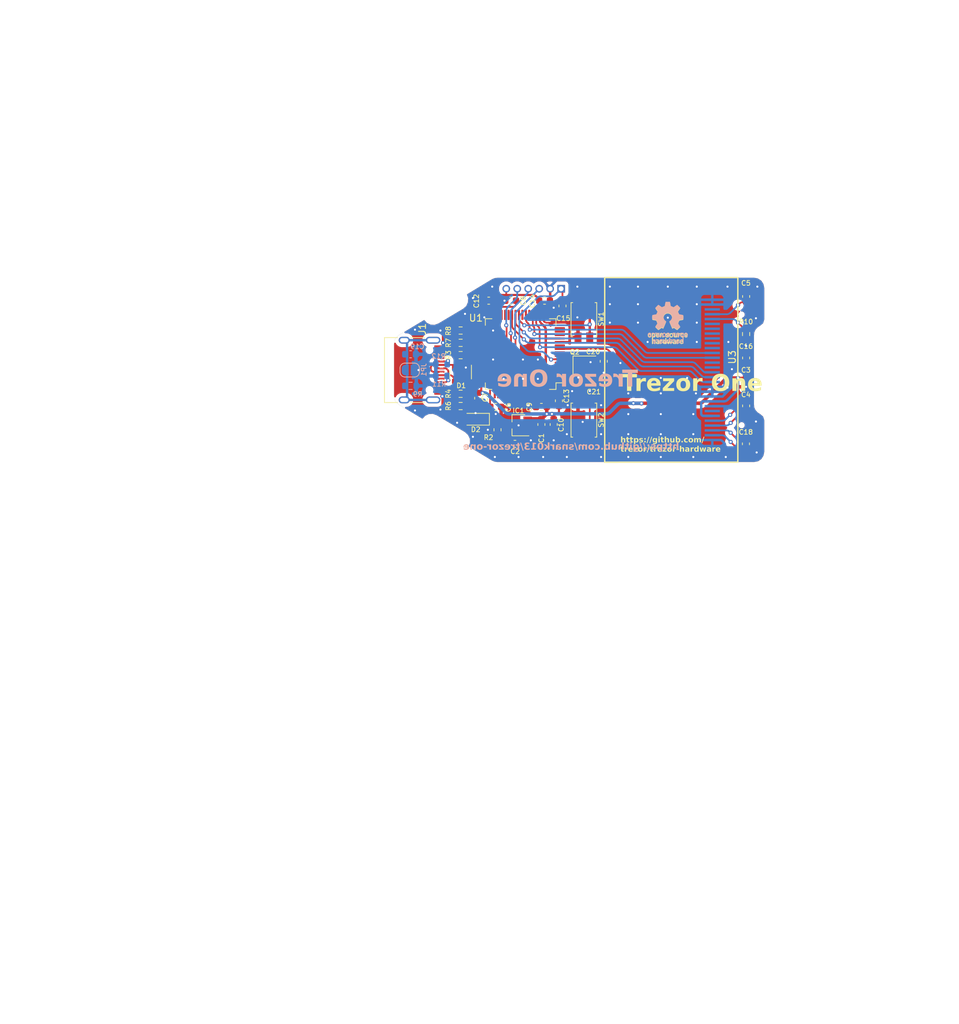
<source format=kicad_pcb>
(kicad_pcb (version 20221018) (generator pcbnew)
  (layers (0 "F.Cu" signal "Top") (31 "B.Cu" signal "Bottom") (34 "B.Paste" user) (35 "F.Paste" user) (36 "B.SilkS" user "B.Silkscreen") (37 "F.SilkS" user "F.Silkscreen") (38 "B.Mask" user) (39 "F.Mask" user) (44 "Edge.Cuts" user))
  (net 0 "")
  (net 1 "GND")
  (net 2 "VCC")
  (net 3 "+3V3")
  (net 4 "+5V")
  (net 5 "Net-(U3-C1P)")
  (net 6 "Net-(U3-C1N)")
  (net 7 "Net-(U3-VCOMH)")
  (net 8 "Net-(U3-C2P)")
  (net 9 "Net-(U3-C2N)")
  (net 10 "Net-(J1-SHIELD)")
  (net 11 "Net-(D1-I{slash}O1)")
  (net 12 "Net-(D1-I{slash}O2)")
  (net 13 "Net-(D1-VCC)")
  (net 14 "Net-(J1-CC1)")
  (net 16 "Net-(J1-CC2)")
  (net 18 "Net-(K2-SWO)")
  (net 19 "Net-(K2-SWCLK)")
  (net 20 "Net-(K2-SWDIO)")
  (net 21 "Net-(U3-IREF)")
  (net 22 "Net-(U1E-PC5)")
  (net 23 "Net-(U1E-PC2)")
  (net 31 "Net-(U1A-PA4)")
  (net 32 "Net-(U1A-PA5)")
  (net 34 "Net-(U1A-PA7)")
  (net 36 "Net-(U1C-PB0)")
  (net 37 "Net-(U1C-PB1)")
  (net 58 "Net-(U1B-PA12)")
  (net 59 "Net-(U1B-PA9)")
  (net 60 "Net-(U1B-PA11)")
  (net 61 "Net-(K2-RST)")
  (net 62 "Net-(U1H-PD1{slash}OSC=>)")
  (net 63 "Net-(Q2-2)")
  (net 64 "Net-(U1G-VSS_1)")
  (net 65 "Net-(U1G-VSS_2)")
  (net 66 "Net-(D2-K)")
  (footprint "trezor_v1.1:UG-2864HSWEG01_0.96IN_WRAPAROUND" (layer "F.Cu") (at 164.7444 105.0036 90)
    (fp_text reference "U3")
    (fp_text value "DISPLAY")
  )
  (footprint "Crystal:Crystal_SMD_3225-4Pin_3.2x2.5mm" (layer "F.Cu") (at 147.447 105.0036 -90)
    (fp_text reference "Q2")
    (fp_text value "8MHz")
  )
  (footprint "Package_TO_SOT_SMD:TSOT-23" (layer "F.Cu") (at 137.922 113.03 180)
    (fp_text reference "IC1")
    (fp_text value "MCP1703T-3302E/CB")
  )
  (footprint "Package_QFP:TQFP-64_10x10mm_P0.5mm" (layer "F.Cu") (at 138.2268 102.7176 180)
    (fp_text reference "U1")
    (fp_text value "STM32F205RET6")
  )
  (footprint "trezor_v1.1:SWD" (layer "F.Cu") (at 144.0815 93.2688 180)
    (fp_text reference "K2" hide)
    (fp_text value "SWD" hide)
  )
  (footprint "Fuse:Fuse_0603_1608Metric_Pad1.05x0.95mm_HandSolder" (layer "F.Cu") (at 134.874 113.665 90)
    (fp_text reference "R2")
    (fp_text value "MF-FSMF020X-2 ")
  )
  (footprint "Package_TO_SOT_SMD:SOT-143" (layer "F.Cu") (at 129.54 105.664 -90)
    (fp_text reference "D1")
    (fp_text value "PRTR5V0")
  )
  (footprint "Diode_SMD:D_SOD-323_HandSoldering" (layer "F.Cu") (at 131.699 112.141 180)
    (fp_text reference "D2")
    (fp_text value "BAT60B")
  )
  (footprint "Resistor_SMD:R_0603_1608Metric" (layer "F.Cu") (at 129.54 102.87 180)
    (fp_text reference "R3")
    (fp_text value "22R")
  )
  (footprint "Resistor_SMD:R_0603_1608Metric" (layer "F.Cu") (at 129.54 108.458 180)
    (fp_text reference "R4")
    (fp_text value "22R")
  )
  (footprint "Resistor_SMD:R_0603_1608Metric" (layer "F.Cu") (at 129.54 110.236 180)
    (fp_text reference "R6")
    (fp_text value "1k5")
  )
  (footprint "Resistor_SMD:R_0603_1608Metric" (layer "F.Cu") (at 129.54 101.092 180)
    (fp_text reference "R7")
    (fp_text value "12k")
  )
  (footprint "Resistor_SMD:R_0603_1608Metric" (layer "F.Cu") (at 129.54 99.314)
    (fp_text reference "R8")
    (fp_text value "22k")
  )
  (footprint "Capacitor_SMD:C_0603_1608Metric" (layer "F.Cu") (at 150.241 103.759 90)
    (fp_text reference "C20")
    (fp_text value "22p")
  )
  (footprint "Capacitor_SMD:C_0603_1608Metric" (layer "F.Cu") (at 150.241 107.061 -90)
    (fp_text reference "C21")
    (fp_text value "22p")
  )
  (footprint "Capacitor_SMD:C_0603_1608Metric" (layer "F.Cu") (at 136.779 94.996)
    (fp_text reference "C8")
    (fp_text value "2u2")
  )
  (footprint "Capacitor_SMD:C_0603_1608Metric" (layer "F.Cu") (at 134.62 110.363 180)
    (fp_text reference "C6")
    (fp_text value "2u2")
  )
  (footprint "Capacitor_SMD:C_0603_1608Metric" (layer "F.Cu") (at 132.08 109.093 90)
    (fp_text reference "C7")
    (fp_text value "100n")
  )
  (footprint "Capacitor_SMD:C_0603_1608Metric" (layer "F.Cu") (at 141.224 110.363)
    (fp_text reference "C9")
    (fp_text value "100n")
  )
  (footprint "Capacitor_SMD:C_0603_1608Metric" (layer "F.Cu") (at 133.604 94.996)
    (fp_text reference "C12")
    (fp_text value "100n")
  )
  (footprint "Capacitor_SMD:C_0603_1608Metric" (layer "F.Cu") (at 143.764 109.474 90)
    (fp_text reference "C13")
    (fp_text value "100n")
  )
  (footprint "Capacitor_SMD:C_0603_1608Metric" (layer "F.Cu") (at 141.6812 94.996 180)
    (fp_text reference "C14")
    (fp_text value "100n")
  )
  (footprint "Capacitor_SMD:C_0603_1608Metric" (layer "F.Cu") (at 144.272 95.758 90)
    (fp_text reference "C15")
    (fp_text value "100n")
  )
  (footprint "Capacitor_SMD:C_0603_1608Metric" (layer "F.Cu") (at 170.8404 103.2775 90)
    (fp_text reference "C16")
    (fp_text value "100n")
  )
  (footprint "Capacitor_SMD:C_0603_1608Metric" (layer "F.Cu") (at 170.8404 106.68 -90)
    (fp_text reference "C3")
    (fp_text value "1u")
  )
  (footprint "Capacitor_SMD:C_0603_1608Metric" (layer "F.Cu") (at 170.8404 110.2095 90)
    (fp_text reference "C4")
    (fp_text value "1u")
  )
  (footprint "Capacitor_SMD:C_0603_1608Metric" (layer "F.Cu") (at 170.815 115.697 90)
    (fp_text reference "C18")
    (fp_text value "1u")
  )
  (footprint "Capacitor_SMD:C_0603_1608Metric" (layer "F.Cu") (at 141.224 112.903 -90)
    (fp_text reference "C1")
    (fp_text value "1u")
  )
  (footprint "Capacitor_SMD:C_0603_1608Metric" (layer "F.Cu") (at 137.401 115.697)
    (fp_text reference "C2")
    (fp_text value "1u")
  )
  (footprint "Capacitor_SMD:C_0603_1608Metric" (layer "F.Cu") (at 143.002 112.903 90)
    (fp_text reference "C10")
    (fp_text value "4u7")
  )
  (footprint "Resistor_SMD:R_0603_1608Metric" (layer "F.Cu") (at 170.8404 99.822 90)
    (fp_text reference "R10")
    (fp_text value "390k")
  )
  (footprint "trezor_v1.1:BADMARK" (layer "F.Cu") (at 143.002 116.9416)
    (fp_text reference "U$3" hide)
    (fp_text value "" hide)
  )
  (footprint "trezor_v1.1:CENTR" (layer "F.Cu") (at 147.3708 116.9416)
    (fp_text reference "U$4" hide)
    (fp_text value "" hide)
  )
  (footprint "Capacitor_SMD:C_0603_1608Metric" (layer "F.Cu") (at 170.8404 94.3864 -90)
    (fp_text reference "C5")
    (fp_text value "2u2")
  )
  (footprint "Symbol:OSHW-Logo_5.7x6mm_SilkScreen" (layer "F.Cu") (at 159.5 98.24)
    (fp_text reference "REF**" hide)
    (fp_text value "OSHW-Logo_5.7x6mm_SilkScreen" hide)
  )
  (footprint "Connector_USB:USB_C_Receptacle_HRO_TYPE-C-31-M-12" (layer "F.Cu") (at 122.428 105.029 -90)
    (fp_text reference "J1")
    (fp_text value "USB_C_Receptacle_USB2.0")
  )
  (footprint "Button_Switch_SMD:SW_SPST_EVQP2" (layer "F.Cu") (at 147.3708 112.268 -90)
    (fp_text reference "SW2")
    (fp_text value "SW_Push")
  )
  (footprint "Button_Switch_SMD:SW_SPST_EVQP2" (layer "F.Cu") (at 147.3708 97.7392 -90)
    (fp_text reference "SW1")
    (fp_text value "SW_Push")
  )
  (footprint "Capacitor_SMD:C_0603_1608Metric" (layer "B.Cu") (at 122.301 102.743 180)
    (fp_text reference "C19")
    (fp_text value "1n/200V")
  )
  (footprint "Resistor_SMD:R_0603_1608Metric" (layer "B.Cu") (at 122.301 107.315 180)
    (fp_text reference "R9")
    (fp_text value "1M")
  )
  (footprint "Symbol:OSHW-Logo_5.7x6mm_SilkScreen" (layer "B.Cu") (at 159.512 98.171 180)
    (fp_text reference "REF**" hide)
    (fp_text value "OSHW-Logo_5.7x6mm_SilkScreen" hide)
  )
  (footprint "Resistor_SMD:R_0603_1608Metric" (layer "B.Cu") (at 126.775 105.875)
    (fp_text reference "R11")
    (fp_text value "5k1")
  )
  (footprint "Resistor_SMD:R_0603_1608Metric" (layer "B.Cu") (at 126.775 104.175)
    (fp_text reference "R12")
    (fp_text value "5k1")
  )
  (footprint "Jumper:SolderJumper-2_P1.3mm_Open_RoundedPad1.0x1.5mm" (layer "B.Cu") (at 122.174 105.029 180)
    (fp_text reference "JP1")
    (fp_text value "SolderJumper_2_Open")
  )
  (gr_line (start 130.8608 114.9604) (end 130.6068 114.427) (stroke (width 0.0254)) (layer "Edge.Cuts"))
  (gr_line (start 171.9834 118.3386) (end 172.5676 118.237) (stroke (width 0.0254)) (layer "Edge.Cuts"))
  (gr_line (start 171.9834 110.0074) (end 172.0342 110.4392) (stroke (width 0.0254)) (layer "Edge.Cuts"))
  (gr_line (start 173.3042 111.7346) (end 172.8724 111.379) (stroke (width 0.0254)) (layer "Edge.Cuts"))
  (gr_line (start 173.355 92.583) (end 173.0502 92.1004) (stroke (width 0.0254)) (layer "Edge.Cuts"))
  (gr_line (start 134.4676 91.7194) (end 134.0866 91.8718) (stroke (width 0.0254)) (layer "Edge.Cuts"))
  (gr_line (start 172.8724 98.6282) (end 173.3042 98.2726) (stroke (width 0.0254)) (layer "Edge.Cuts"))
  (gr_line (start 172.8724 98.6282) (end 172.5168 98.8568) (stroke (width 0.0254)) (layer "Edge.Cuts"))
  (gr_line (start 120.5992 99.9744) (end 120.0658 100.5078) (stroke (width 0.0254)) (layer "Edge.Cuts"))
  (gr_line (start 173.482 93.1672) (end 173.355 92.583) (stroke (width 0.0254)) (layer "Edge.Cuts"))
  (gr_line (start 130.683 116.078) (end 130.8862 115.5446) (stroke (width 0.0254)) (layer "Edge.Cuts"))
  (gr_line (start 130.6322 94.6404) (end 130.429 94.0816) (stroke (width 0.0254)) (layer "Edge.Cuts"))
  (gr_line (start 120.5992 110.0328) (end 124.0282 112.0902) (stroke (width 0.0254)) (layer "Edge.Cuts"))
  (gr_line (start 134.0866 118.1354) (end 134.4676 118.2878) (stroke (width 0.0254)) (layer "Edge.Cuts"))
  (gr_line (start 130.8862 115.5446) (end 130.8608 114.9604) (stroke (width 0.0254)) (layer "Edge.Cuts"))
  (gr_line (start 126.0856 111.5822) (end 130.175 114.0206) (stroke (width 0.0254)) (layer "Edge.Cuts"))
  (gr_line (start 171.9834 91.6686) (end 134.874 91.6686) (stroke (width 0.0254)) (layer "Edge.Cuts"))
  (gr_line (start 172.5422 91.7702) (end 171.9834 91.6686) (stroke (width 0.0254)) (layer "Edge.Cuts"))
  (gr_line (start 119.888 101.2698) (end 119.888 108.7628) (stroke (width 0.0254)) (layer "Edge.Cuts"))
  (gr_line (start 130.683 116.078) (end 134.0866 118.1354) (stroke (width 0.0254)) (layer "Edge.Cuts"))
  (gr_line (start 171.9834 110.0074) (end 171.9834 99.9998) (stroke (width 0.0254)) (layer "Edge.Cuts"))
  (gr_line (start 125.7808 98.4758) (end 126.3396 98.2726) (stroke (width 0.0254)) (layer "Edge.Cuts"))
  (gr_line (start 173.355 117.4242) (end 173.482 116.84) (stroke (width 0.0254)) (layer "Edge.Cuts"))
  (gr_line (start 173.0502 92.1004) (end 172.5422 91.7702) (stroke (width 0.0254)) (layer "Edge.Cuts"))
  (gr_line (start 172.212 99.187) (end 172.0342 99.568) (stroke (width 0.0254)) (layer "Edge.Cuts"))
  (gr_line (start 126.0856 111.5822) (end 125.5268 111.379) (stroke (width 0.0254)) (layer "Edge.Cuts"))
  (gr_line (start 172.0342 110.4392) (end 172.212 110.8202) (stroke (width 0.0254)) (layer "Edge.Cuts"))
  (gr_line (start 134.874 91.6686) (end 134.4676 91.7194) (stroke (width 0.0254)) (layer "Edge.Cuts"))
  (gr_line (start 173.482 97.7138) (end 173.482 93.1672) (stroke (width 0.0254)) (layer "Edge.Cuts"))
  (gr_line (start 129.921 96.139) (end 126.3396 98.2726) (stroke (width 0.0254)) (layer "Edge.Cuts"))
  (gr_line (start 134.0866 91.8718) (end 130.429 94.0816) (stroke (width 0.0254)) (layer "Edge.Cuts"))
  (gr_line (start 120.0658 109.4994) (end 120.5992 110.0328) (stroke (width 0.0254)) (layer "Edge.Cuts"))
  (gr_line (start 172.5168 111.1504) (end 172.8724 111.379) (stroke (width 0.0254)) (layer "Edge.Cuts"))
  (gr_line (start 172.212 110.8202) (end 172.5168 111.1504) (stroke (width 0.0254)) (layer "Edge.Cuts"))
  (gr_line (start 124.2822 97.7646) (end 120.5992 99.9744) (stroke (width 0.0254)) (layer "Edge.Cuts"))
  (gr_line (start 134.874 118.3386) (end 171.9834 118.3386) (stroke (width 0.0254)) (layer "Edge.Cuts"))
  (gr_line (start 125.1966 98.4504) (end 125.7808 98.4758) (stroke (width 0.0254)) (layer "Edge.Cuts"))
  (gr_line (start 173.3042 98.2726) (end 173.482 97.7138) (stroke (width 0.0254)) (layer "Edge.Cuts"))
  (gr_line (start 173.482 116.84) (end 173.482 112.2934) (stroke (width 0.0254)) (layer "Edge.Cuts"))
  (gr_line (start 124.6632 98.1964) (end 125.1966 98.4504) (stroke (width 0.0254)) (layer "Edge.Cuts"))
  (gr_line (start 172.5676 118.237) (end 173.0502 117.9068) (stroke (width 0.0254)) (layer "Edge.Cuts"))
  (gr_line (start 173.482 112.2934) (end 173.3042 111.7346) (stroke (width 0.0254)) (layer "Edge.Cuts"))
  (gr_line (start 124.9426 111.4044) (end 124.4092 111.6584) (stroke (width 0.0254)) (layer "Edge.Cuts"))
  (gr_line (start 173.0502 117.9068) (end 173.355 117.4242) (stroke (width 0.0254)) (layer "Edge.Cuts"))
  (gr_line (start 125.5268 111.379) (end 124.9426 111.4044) (stroke (width 0.0254)) (layer "Edge.Cuts"))
  (gr_line (start 124.2822 97.7646) (end 124.6632 98.1964) (stroke (width 0.0254)) (layer "Edge.Cuts"))
  (gr_line (start 124.4092 111.6584) (end 124.0282 112.0902) (stroke (width 0.0254)) (layer "Edge.Cuts"))
  (gr_line (start 130.5814 95.2246) (end 130.6322 94.6404) (stroke (width 0.0254)) (layer "Edge.Cuts"))
  (gr_line (start 129.921 96.139) (end 130.3528 95.758) (stroke (width 0.0254)) (layer "Edge.Cuts"))
  (gr_line (start 119.888 108.7628) (end 120.0658 109.4994) (stroke (width 0.0254)) (layer "Edge.Cuts"))
  (gr_line (start 172.0342 99.568) (end 171.9834 99.9998) (stroke (width 0.0254)) (layer "Edge.Cuts"))
  (gr_line (start 120.0658 100.5078) (end 119.888 101.2698) (stroke (width 0.0254)) (layer "Edge.Cuts"))
  (gr_line (start 172.5168 98.8568) (end 172.212 99.187) (stroke (width 0.0254)) (layer "Edge.Cuts"))
  (gr_line (start 134.4676 118.2878) (end 134.874 118.3386) (stroke (width 0.0254)) (layer "Edge.Cuts"))
  (gr_line (start 130.6068 114.427) (end 130.175 114.0206) (stroke (width 0.0254)) (layer "Edge.Cuts"))
  (gr_line (start 130.3528 95.758) (end 130.5814 95.2246) (stroke (width 0.0254)) (layer "Edge.Cuts"))
  (gr_text "Trezor One" (at 155.194 107.823) (layer "B.SilkS") (effects (font (size 2.4 2.4) (thickness 0.24) bold) (justify left bottom mirror)))
  (gr_text "https://github.com/snark013/trezor-one" (at 161.163 116.713) (layer "B.SilkS") (effects (font (size 1 1) (thickness 0.2) bold) (justify left bottom mirror)))
  (gr_text "Trezor One" (at 152.781 108.458) (layer "F.SilkS") (effects (font (size 2.4 2.4) (thickness 0.24) bold) (justify left bottom)))
  (gr_text "https://github.com/\ntrezor/trezor-hardware" (at 152.654 116.967) (layer "F.SilkS") (effects (font (size 0.8 0.8) (thickness 0.12) bold) (justify left bottom)))
  (segment (start 170.8404 100.647) (end 171.64 100.647) (width 0.35) (layer "F.Cu") (net 1))
  (segment (start 171.704 100.711) (end 171.704 102.743) (width 0.35) (layer "F.Cu") (net 1))
  (segment (start 134.747 111.506) (end 134.493 111.252) (width 0.25) (layer "F.Cu") (net 1))
  (segment (start 171.704 102.743) (end 171.704 107.188) (width 0.35) (layer "F.Cu") (net 1))
  (segment (start 144.894 114.186) (end 144.907 114.199) (width 0.35) (layer "F.Cu") (net 1))
  (segment (start 142.494 93.2688) (end 142.494 92.964) (width 0.35) (layer "F.Cu") (net 1))
  (segment (start 168.783 93.599) (end 170.8278 93.599) (width 0.35) (layer "F.Cu") (net 1))
  (segment (start 134.493 111.252) (end 133.096 111.252) (width 0.25) (layer "F.Cu") (net 1))
  (segment (start 150.241 104.534) (end 148.984 104.534) (width 0.25) (layer "F.Cu") (net 1))
  (segment (start 171.704 107.188) (end 171.704 112.014) (width 0.35) (layer "F.Cu") (net 1))
  (segment (start 141.4768 97.0176) (end 141.4768 96.182507) (width 0.3) (layer "F.Cu") (net 1))
  (segment (start 172.1612 112.4712) (end 172.2628 112.4712) (width 0.35) (layer "F.Cu") (net 1))
  (segment (start 171.6905 102.5025) (end 171.704 102.489) (width 0.35) (layer "F.Cu") (net 1))
  (segment (start 143.9268 100.9676) (end 145.2854 100.9676) (width 0.3) (layer "F.Cu") (net 1))
  (segment (start 140.449 110.1546) (end 140.449 110.363) (width 0.35) (layer "F.Cu") (net 1))
  (segment (start 170.8404 107.2768) (end 170.8404 107.455) (width 0.35) (layer "F.Cu") (net 1))
  (segment (start 133.096 111.252) (end 132.715 110.871) (width 0.25) (layer "F.Cu") (net 1))
  (segment (start 126.900029 108.970909) (end 126.9354 109.00628) (width 0.35) (layer "F.Cu") (net 1))
  (segment (start 144.907 114.199) (end 144.907 114.935) (width 0.35) (layer "F.Cu") (net 1))
  (segment (start 127 101.570343) (end 126.837491 101.732852) (width 0.35) (layer "F.Cu") (net 1))
  (segment (start 126.900029 108.820981) (end 126.900029 108.970909) (width 0.35) (layer "F.Cu") (net 1))
  (segment (start 139.311598 113.900402) (end 139.232 113.98) (width 0.5) (layer "F.Cu") (net 1))
  (segment (start 171.704 112.014) (end 172.1612 112.4712) (width 0.35) (layer "F.Cu") (net 1))
  (segment (start 137.922 115.13234) (end 137.922 110.871) (width 0.5) (layer "F.Cu") (net 1))
  (segment (start 142.494 93.2688) (end 142.494 94.9582) (width 0.35) (layer "F.Cu") (net 1))
  (segment (start 141.623247 95.828953) (end 142.4562 94.996) (width 0.3) (layer "F.Cu") (net 1))
  (segment (start 145.2854 100.9676) (end 145.288 100.965) (width 0.3) (layer "F.Cu") (net 1))
  (segment (start 171.704 98.0948) (end 171.704 100.711) (width 0.35) (layer "F.Cu") (net 1))
  (segment (start 126.900029 108.371096) (end 126.827947 108.299014) (width 0.35) (layer "F.Cu") (net 1))
  (segment (start 138.176 115.697) (end 138.14167 115.66267) (width 0.5) (layer "F.Cu") (net 1))
  (segment (start 126.9354 110.4276) (end 126.619 110.744) (width 0.35) (layer "F.Cu") (net 1))
  (segment (start 141.330353 109.481647) (end 140.449 110.363) (width 0.3) (layer "F.Cu") (net 1))
  (segment (start 141.987307 98.171) (end 143.764 98.171) (width 0.25) (layer "F.Cu") (net 1))
  (segment (start 143.002 95.85246) (end 143.002 96.393) (width 0.3) (layer "F.Cu") (net 1))
  (segment (start 170.8278 93.599) (end 170.8404 93.5864) (width 0.35) (layer "F.Cu") (net 1))
  (segment (start 140.19647 110.11047) (end 140.449 110.363) (width 0.3) (layer "F.Cu") (net 1))
  (segment (start 126.900029 108.820981) (end 126.900029 108.371096) (width 0.35) (layer "F.Cu") (net 1))
  (segment (start 142.494 92.964) (end 143.51 91.948) (width 0.35) (layer "F.Cu") (net 1))
  (segment (start 141.4768 108.4176) (end 141.4768 109.128093) (width 0.3) (layer "F.Cu") (net 1))
  (segment (start 139.9768 108.4176) (end 139.9768 106.8298) (width 0.3) (layer "F.Cu") (net 1))
  (segment (start 148.984 104.534) (end 148.336 103.886) (width 0.25) (layer "F.Cu") (net 1))
  (segment (start 168.148 92.964) (end 168.783 93.599) (width 0.35) (layer "F.Cu") (net 1))
  (segment (start 143.764 111.125) (end 144.272 111.633) (width 0.3) (layer "F.Cu") (net 1))
  (segment (start 126.9354 109.00628) (end 126.9354 110.4276) (width 0.35) (layer "F.Cu") (net 1))
  (segment (start 139.9768 108.3801) (end 139.9768 109.58014) (width 0.3) (layer "F.Cu") (net 1))
  (segment (start 172.2628 97.536) (end 171.704 98.0948) (width 0.35) (layer "F.Cu") (net 1))
  (segment (start 140.449 110.363) (end 140.195 110.109) (width 0.35) (layer "F.Cu") (net 1))
  (segment (start 171.704 102.359211) (end 171.704 102.489) (width 0.35) (layer "F.Cu") (net 1))
  (segment (start 140.449 110.573713) (end 140.449 110.363) (width 0.35) (layer "F.Cu") (net 1))
  (segment (start 136.525 111.506) (end 134.747 111.506) (width 0.25) (layer "F.Cu") (net 1))
  (segment (start 141.224 113.678) (end 141.001598 113.900402) (width 0.5) (layer "F.Cu") (net 1))
  (segment (start 144.907 117.475) (end 144.907 114.935) (width 0.35) (layer "F.Cu") (net 1))
  (segment (start 127 101.092) (end 127 101.570343) (width 0.35) (layer "F.Cu") (net 1))
  (segment (start 141.4768 97.0176) (end 141.4768 97.660493) (width 0.25) (layer "F.Cu") (net 1))
  (segment (start 170.8404 102.5025) (end 171.6905 102.5025) (width 0.35) (layer "F.Cu") (net 1))
  (segment (start 170.8404 107.455) (end 171.691 107.455) (width 0.35) (layer "F.Cu") (net 1))
  (segment (start 171.64 100.647) (end 171.704 100.711) (width 0.35) (layer "F.Cu") (net 1))
  (segment (start 143.764 110.249) (end 143.764 111.125) (width 0.3) (layer "F.Cu") (net 1))
  (segment (start 138.189 115.697) (end 138.176 115.697) (width 0.5) (layer "F.Cu") (net 1))
  (segment (start 171.691 107.455) (end 171.704 107.442) (width 0.35) (layer "F.Cu") (net 1))
  (segment (start 142.4562 94.996) (end 142.78233 95.32213) (width 0.3) (layer "F.Cu") (net 1))
  (segment (start 141.001598 113.900402) (end 139.311598 113.900402) (width 0.5) (layer "F.Cu") (net 1))
  (segment (start 142.494 94.9582) (end 142.4562 94.996) (width 0.35) (layer "F.Cu") (net 1))
  (segment (start 127 101.092) (end 127 99.187) (width 0.35) (layer "F.Cu") (net 1))
  (segment (start 141.623247 98.014047) (end 141.633754 98.024554) (width 0.25) (layer "F.Cu") (net 1))
  (via (at 170.8404 107.455) (size 0.6) (drill 0.3) (layers "F.Cu" "B.Cu") (net 1))
  (via (at 135.763 106.299) (size 0.6) (drill 0.3) (layers "F.Cu" "B.Cu") (net 1))
  (via (at 172.466 92.964) (size 0.6) (drill 0.3) (layers "F.Cu" "B.Cu") (net 1))
  (via (at 127 101.092) (size 0.6) (drill 0.3) (layers "F.Cu" "B.Cu") (net 1))
  (via (at 168.148 92.964) (size 0.6) (drill 0.3) (layers "F.Cu" "B.Cu") (net 1))
  (via (at 144.907 114.3) (size 0.6) (drill 0.3) (layers "F.Cu" "B.Cu") (net 1))
  (via (at 134.493 117.6) (size 0.6) (drill 0.3) (layers "F.Cu" "B.Cu") (net 1))
  (via (at 168.148 107.569) (size 0.6) (drill 0.3) (layers "F.Cu" "B.Cu") (net 1))
  (via (at 153.797 111.4) (size 0.6) (drill 0.3) (layers "F.Cu" "B.Cu") (net 1))
  (via (at 155.194 95.504) (size 0.6) (drill 0.3) (layers "F.Cu" "B.Cu") (net 1))
  (via (at 163.576 108.4) (size 0.6) (drill 0.3) (layers "F.Cu" "B.Cu") (net 1))
  (via (at 144.907 117.6) (size 0.6) (drill 0.3) (layers "F.Cu" "B.Cu") (net 1))
  (via (at 151.13 95.504) (size 0.6) (drill 0.3) (layers "F.Cu" "B.Cu") (net 1))
  (via (at 153.797 117.6) (size 0.6) (drill 0.3) (layers "F.Cu" "B.Cu") (net 1))
  (via (at 146.575 106.1) (size 0.6) (drill 0.3) (layers "F.Cu" "B.Cu") (net 1))
  (via (at 122.936 99.187) (size 0.6) (drill 0.3) (layers "F.Cu" "B.Cu") (net 1))
  (via (at 133.477 113.665) (size 0.6) (drill 0.3) (layers "F.Cu" "B.Cu") (net 1))
  (via (at 167.894 117.6) (size 0.6) (drill 0.3) (layers "F.Cu" "B.Cu") (net 1))
  (via (at 159.512 97.452395) (size 0.6) (drill 0.3) (layers "F.Cu" "B.Cu") (net 1))
  (via (at 122.936 110.871) (size 0.6) (drill 0.3) (layers "F.Cu" "B.Cu") (net 1))
  (via (at 148.225 108.05) (size 0.6) (drill 0.3) (layers "F.Cu" "B.Cu") (net 1))
  (via (at 163.703 92.964) (size 0.6) (drill 0.3) (layers "F.Cu" "B.Cu") (net 1))
  (via (at 132.969 97.409) (size 0.6) (drill 0.3) (layers "F.Cu" "B.Cu") (net 1))
  (via (at 172.2628 112.4712) (size 0.6) (drill 0.3) (layers "F.Cu" "B.Cu") (net 1))
  (via (at 163.2 114.3) (size 0.6) (drill 0.3) (layers "F.Cu" "B.Cu") (net 1))
  (via (at 158.5 117.6) (size 0.6) (drill 0.3) (layers "F.Cu" "B.Cu") (net 1))
  (via (at 151.13 92.964) (size 0.6) (drill 0.3) (layers "F.Cu" "B.Cu") (net 1))
  (via (at 158.5 111.4) (size 0.6) (drill 0.3) (layers "F.Cu" "B.Cu") (net 1))
  (via (at 151.13 98.171) (size 0.6) (drill 0.3) (layers "F.Cu" "B.Cu") (net 1))
  (via (at 130.175 96.901) (size 0.6) (drill 0.3) (layers "F.Cu" "B.Cu") (net 1))
  (via (at 156.591 100.965) (size 0.6) (drill 0.3) (layers "F.Cu" "B.Cu") (net 1))
  (via (at 146.431 97.409) (size 0.6) (drill 0.3) (layers "F.Cu" "B.Cu") (net 1))
  (via (at 145.034 110.109) (size 0.6) (drill 0.3) (layers "F.Cu" "B.Cu") (net 1))
  (via (at 155.194 92.964) (size 0.6) (drill 0.3) (layers "F.Cu" "B.Cu") (net 1))
  (via (at 172.2628 97.536) (size 0.6) (drill 0.3) (layers "F.Cu" "B.Cu") (net 1))
  (via (at 131.318 114.681) (size 0.6) (drill 0.3) (layers "F.Cu" "B.Cu") (net 1))
  (via (at 146.431 92.964) (size 0.6) (drill 0.3) (layers "F.Cu" "B.Cu") (net 1))
  (via (at 158.5 114.3) (size 0.6) (drill 0.3) (layers "F.Cu" "B.Cu") (net 1))
  (via (at 163.703 100.965) (size 0.6) (drill 0.3) (layers "F.Cu" "B.Cu") (net 1))
  (via (at 139.319 110.109) (size 0.6) (drill 0.3) (layers "F.Cu" "B.Cu") (net 1))
  (via (at 158.5 106.172) (size 0.6) (drill 0.3) (layers "F.Cu" "B.Cu") (net 1))
  (via (at 134.62 111.379) (size 0.6) (drill 0.3) (layers "F.Cu" "B.Cu") (net 1))
  (via (at 163.703 98.171) (size 0.6) (drill 0.3) (layers "F.Cu" "B.Cu") (net 1))
  (via (at 123.444 105.029) (size 0.6) (drill 0.3) (layers "F.Cu" "B.Cu") (net 1))
  (via (at 131.699 111.252) (size 0.6) (drill 0.3) (layers "F.Cu" "B.Cu") (net 1))
  (via (at 163.703 95.504) (size 0.6) (drill 0.3) (layers "F.Cu" "B.Cu") (net 1))
  (via (at 137.922 113.03) (size 0.6) (drill 0.3) (layers "F.Cu" "B.Cu") (net 1))
  (via (at 149.86 114.3) (size 0.6) (drill 0.3) (layers "F.Cu" "B.Cu") (net 1))
  (via (at 130.29 104.664) (size 0.6) (drill 0.3) (layers "F.Cu" "B.Cu") (net 1))
  (via (at 147.193 112.522) (size 0.6) (drill 0.3) (layers "F.Cu" "B.Cu") (net 1))
  (via (at 131.318 94.615) (size 0.6) (drill 0.3) (layers "F.Cu" "B.Cu") (net 1))
  (via (at 143.002 96.012) (size 0.6) (drill 0.3) (layers "F.Cu" "B.Cu") (net 1))
  (via (at 150.241 105.41) (size 0.6) (drill 0.3) (layers "F.Cu" "B.Cu") (net 1))
  (via (at 129.032 112.649) (size 0.6) (drill 0.3) (layers "F.Cu" "B.Cu") (net 1))
  (via (at 126.900029 108.820981) (size 0.6) (drill 0.3) (layers "F.Cu" "B.Cu") (net 1))
  (via (at 168.783 104.902) (size 0.6) (drill 0.3) (layers "F.Cu" "B.Cu") (net 1))
  (via (at 138.557 103.505) (size 0.6) (drill 0.3) (layers "F.Cu" "B.Cu") (net 1))
  (via (at 126.619 110.744) (size 0.6) (drill 0.3) (layers "F.Cu" "B.Cu") (net 1))
  (via (at 158.5 108.4) (size 0.6) (drill 0.3) (layers "F.Cu" "B.Cu") (net 1))
  (via (at 168.275 100.965) (size 0.6) (drill 0.3) (layers "F.Cu" "B.Cu") (net 1))
  (via (at 141.478 117.6) (size 0.6) (drill 0.3) (layers "F.Cu" "B.Cu") (net 1))
  (via (at 134.112 92.964) (size 0.6) (drill 0.3) (layers "F.Cu" "B.Cu") (net 1))
  (via (at 162.306 106.172) (size 0.6) (drill 0.3) (layers "F.Cu" "B.Cu") (net 1))
  (via (at 138.557 106.299) (size 0.6) (drill 0.3) (layers "F.Cu" "B.Cu") (net 1))
  (via (at 172.3644 116.9416) (size 0.6) (drill 0.3) (layers "F.Cu" "B.Cu") (net 1))
  (via (at 135.89 94.996) (size 0.6) (drill 0.3) (layers "F.Cu" "B.Cu") (net 1))
  (via (at 153.797 114.3) (size 0.6) (drill 0.3) (layers "F.Cu" "B.Cu") (net 1))
  (via (at 139.7 115.189) (size 0.6) (drill 0.3) (layers "F.Cu" "B.Cu") (net 1))
  (via (at 149.86 117.6) (size 0.6) (drill 0.3) (layers "F.Cu" "B.Cu") (net 1))
  (via (at 155.194 98.171) (size 0.6) (drill 0.3) (layers "F.Cu" "B.Cu") (net 1))
  (via (at 145.669 108.077) (size 0.6) (drill 0.3) (layers "F.Cu" "B.Cu") (net 1))
  (via (at 134.239 99.314) (size 0.6) (drill 0.3) (layers "F.Cu" "B.Cu") (net 1))
  (via (at 148.336 103.886) (size 0.6) (drill 0.3) (layers "F.Cu" "B.Cu") (net 1))
  (via (at 134.239 103.505) (size 0.6) (drill 0.3) (layers "F.Cu" "B.Cu") (net 1))
  (via (at 159.512 92.964) (size 0.6) (drill 0.3) (layers "F.Cu" "B.Cu") (net 1))
  (via (at 170.840399 101.540734) (size 0.6) (drill 0.3) (layers "F.Cu" "B.Cu") (net 1))
  (via (at 163.2 111.4) (size 0.6) (drill 0.3) (layers "F.Cu" "B.Cu") (net 1))
  (via (at 149.86 110.109) (size 0.6) (drill 0.3) (layers "F.Cu" "B.Cu") (net 1))
  (via (at 152.654 104.013) (size 0.6) (drill 0.3) (layers "F.Cu" "B.Cu") (net 1))
  (via (at 163.2 117.6) (size 0.6) (drill 0.3) (layers "F.Cu" "B.Cu") (net 1))
  (via (at 137.922 117.6) (size 0.6) (drill 0.3) (layers "F.Cu" "B.Cu") (net 1))
  (via (at 126.619 99.314) (size 0.6) (drill 0.3) (layers "F.Cu" "B.Cu") (net 1))
  (via (at 143.002 115.189) (size 0.6) (drill 0.3) (layers "F.Cu" "B.Cu") (net 1))
  (via (at 153.797 108.4) (size 0.6) (drill 0.3) (layers "F.Cu" "B.Cu") (net 1))
  (via (at 140.716 103.505) (size 0.6) (drill 0.3) (layers "F.Cu" "B.Cu") (net 1))
  (via (at 140.716 106.299) (size 0.6) (drill 0.3) (layers "F.Cu" "B.Cu") (net 1))
  (via (at 136.525 110.109) (size 0.6) (drill 0.3) (layers "F.Cu" "B.Cu") (net 1))
  (arc (start 140.19647 110.11047) (mid 140.03389 109.867153) (end 139.9768 109.58014) (width 0.3) (layer "F.Cu") (net 1))
  (arc (start 141.330353 109.481647) (mid 141.43874 109.319435) (end 141.4768 109.128093) (width 0.3) (layer "F.Cu") (net 1))
  (arc (start 141.4768 97.660493) (mid 141.51486 97.851835) (end 141.623247 98.014047) (width 0.25) (layer "F.Cu") (net 1))
  (arc (start 137.922 115.13234) (mid 137.97909 115.419353) (end 138.14167 115.66267) (width 0.5) (layer "F.Cu") (net 1))
  (arc (start 143.002 95.85246) (mid 142.94491 95.565447) (end 142.78233 95.32213) (width 0.3) (layer "F.Cu") (net 1))
  (arc (start 141.987307 98.171) (mid 141.795966 98.13294) (end 141.633754 98.024554) (width 0.25) (layer "F.Cu") (net 1))
  (arc (start 141.4768 96.182507) (mid 141.51486 95.991165) (end 141.623247 95.828953) (width 0.3) (layer "F.Cu") (net 1))
  (segment (start 169.2148 92.964) (end 168.148 92.964) (width 0.35) (layer "B.Cu") (net 1))
  (segment (start 170.561 104.902) (end 170.8404 105.1814) (width 0.35) (layer "B.Cu") (net 1))
  (segment (start 165.9444 115.1536) (end 167.053037 115.1536) (width 0.35) (layer "B.Cu") (net 1))
  (segment (start 167.406591 115.300047) (end 167.645954 115.53941) (width 0.35) (layer "B.Cu") (net 1))
  (segment (start 163.716023 108.8536) (end 163.707118 108.862505) (width 0.35) (layer "B.Cu") (net 1))
  (segment (start 167.7924 115.892963) (end 167.7924 116.2304) (width 0.35) (layer "B.Cu") (net 1))
  (segment (start 167.751697 107.452526) (end 167.750623 107.4536) (width 0.35) (layer "B.Cu") (net 1))
  (segment (start 171.3484 114.600893) (end 171.3484 112.576707) (width 0.35) (layer "B.Cu") (net 1))
  (segment (start 142.971665 92.486335) (end 143.383 92.075) (width 0.35) (layer "B.Cu") (net 1))
  (segment (start 171.2468 99.1616) (end 171.2468 96.4184) (width 0.35) (layer "B.Cu") (net 1))
  (segment (start 142.494 93.2688) (end 142.494 92.955299) (width 0.35) (layer "B.Cu") (net 1))
  (segment (start 170.8404 96.012) (end 170.8404 94.5896) (width 0.35) (layer "B.Cu") (net 1))
  (segment (start 167.745946 108.047654) (end 167.64 108.1536) (width 0.35) (layer "B.Cu") (net 1))
  (segment (start 170.840399 101.540734) (end 170.840399 99.568001) (width 0.35) (layer "B.Cu") (net 1))
  (segment (start 165.9444 108.8536) (end 167.432628 108.8536) (width 0.35) (layer "B.Cu") (net 1))
  (segment (start 170.072447 116.083953) (end 171.201954 114.954446) (width 0.35) (layer "B.Cu") (net 1))
  (segment (start 168.783 104.902) (end 170.561 104.902) (width 0.35) (layer "B.Cu") (net 1))
  (segment (start 167.852139 95.5536) (end 167.855037 95.550702) (width 0.25) (layer "B.Cu") (net 1))
  (segment (start 167.745946 105.939054) (end 167.745946 108.047654) (width 0.35) (layer "B.Cu") (net 1))
  (segment (start 152.998 107.4536) (end 165.9444 107.4536) (width 0.35) (layer "B.Cu") (net 1))
  (segment (start 165.9444 108.8536) (end 165.9444 107.4536) (width 0.35) (layer "B.Cu") (net 1))
  (segment (start 169.5704 109.3216) (end 170.8404 109.3216) (width 0.35) (layer "B.Cu") (net 1))
  (segment (start 142.962964 92.486335) (end 142.971665 92.486335) (width 0.35) (layer "B.Cu") (net 1))
  (segment (start 163.0326 115.1536) (end 165.9444 115.1536) (width 0.35) (layer "B.Cu") (net 1))
  (segment (start 167.432628 108.8536) (end 167.745946 108.540282) (width 0.35) (layer "B.Cu") (net 1))
  (segment (start 168.783 104.902) (end 167.745946 105.939054) (width 0.35) (layer "B.Cu") (net 1))
  (segment (start 165.9444 95.5536) (end 167.852139 95.5536) (width 0.35) (layer "B.Cu") (net 1))
  (segment (start 165.9444 95.5536) (end 163.636711 95.5536) (width 0.35) (layer "B.Cu") (net 1))
  (segment (start 167.745946 108.540282) (end 167.745946 108.047654) (width 0.35) (layer "B.Cu") (net 1))
  (segment (start 170.8404 109.3216) (end 170.8404 106.0704) (width 0.35) (layer "B.Cu") (net 1))
  (segment (start 167.7924 116.2304) (end 169.718893 116.2304) (width 0.35) (layer "B.Cu") (net 1))
  (segment (start 170.840399 101.540734) (end 170.8404 101.540735) (width 0.35) (layer "B.Cu") (net 1))
  (segment (start 170.8404 94.5896) (end 169.2148 92.964) (width 0.35) (layer "B.Cu") (net 1))
  (segment (start 167.64 108.1536) (end 165.9444 108.1536) (width 0.35) (layer "B.Cu") (net 1))
  (segment (start 167.750623 107.4536) (end 165.9444 107.4536) (width 0.35) (layer "B.Cu") (net 1))
  (segment (start 168.6384 110.2536) (end 169.5704 109.3216) (width 0.35) (layer "B.Cu") (net 1))
  (segment (start 170.8404 105.1814) (end 170.8404 106.0704) (width 0.35) (layer "B.Cu") (net 1))
  (segment (start 165.9444 108.8536) (end 163.716023 108.8536) (width 0.35) (layer "B.Cu") (net 1))
  (segment (start 170.8404 111.654493) (end 170.8404 109.3216) (width 0.35) (layer "B.Cu") (net 1))
  (segment (start 170.8404 101.540735) (end 170.8404 106.0704) (width 0.35) (layer "B.Cu") (net 1))
  (segment (start 152.9836 107.468) (end 152.998 107.4536) (width 0.35) (layer "B.Cu") (net 1))
  (segment (start 171.201953 112.223153) (end 170.986846 112.008046) (width 0.35) (layer "B.Cu") (net 1))
  (segment (start 171.2468 96.4184) (end 170.8404 96.012) (width 0.35) (layer "B.Cu") (net 1))
  (segment (start 170.840399 99.568001) (end 171.2468 99.1616) (width 0.35) (layer "B.Cu") (net 1))
  (segment (start 163.636711 95.5536) (end 163.632653 95.557658) (width 0.35) (layer "B.Cu") (net 1))
  (segment (start 163.710143 108.1536) (end 163.707118 108.150575) (width 0.35) (layer "B.Cu") (net 1))
  (segment (start 142.494 92.955299) (end 142.962964 92.486335) (width 0.35) (layer "B.Cu") (net 1))
  (segment (start 165.9444 108.1536) (end 163.710143 108.1536) (width 0.35) (layer "B.Cu") (net 1))
  (segment (start 165.9444 110.2536) (end 168.6384 110.2536) (width 0.35) (layer "B.Cu") (net 1))
  (arc (start 167.053037 115.1536) (mid 167.244379 115.19166) (end 167.406591 115.300047) (width 0.35) (layer "B.Cu") (net 1))
  (arc (start 169.718893 116.2304) (mid 169.910235 116.19234) (end 170.072447 116.083953) (width 0.35) (layer "B.Cu") (net 1))
  (arc (start 170.986846 112.008046) (mid 170.87846 111.845834) (end 170.8404 111.654493) (width 0.35) (layer "B.Cu") (net 1))
  (arc (start 171.201953 112.223153) (mid 171.31034 112.385365) (end 171.3484 112.576707) (width 0.35) (layer "B.Cu") (net 1))
  (arc (start 167.645954 115.53941) (mid 167.75434 115.701622) (end 167.7924 115.892963) (width 0.35) (layer "B.Cu") (net 1))
  (arc (start 171.201954 114.954446) (mid 171.31034 114.792234) (end 171.3484 114.600893) (width 0.35) (layer "B.Cu") (net 1))
  (segment (start 169.672 106.172) (end 168.33166 106.172) (width 0.5) (layer "F.Cu") (net 3))
  (segment (start 132.715 108.331) (end 132.143 108.331) (width 0.25) (layer "F.Cu") (net 3))
  (segment (start 132.143 108.331) (end 130.238 110.236) (width 0.25) (layer "F.Cu") (net 3))
  (segment (start 141.8696 100.4676) (end 141.859 100.457) (width 0.3) (layer "F.Cu") (net 3))
  (segment (start 143.002 111.633) (end 142.748 111.379) (width 0.5) (layer "F.Cu") (net 3))
  (segment (start 141.653974 98.727974) (end 141.351 98.425) (width 0.35) (layer "F.Cu") (net 3))
  (segment (start 134.379 94.856) (end 134.845534 94.389466) (width 0.3) (layer "F.Cu") (net 3))
  (segment (start 141.351 98.425) (end 141.19647 98.27047) (width 0.3) (layer "F.Cu") (net 3))
  (segment (start 136.144 93.2688) (end 136.144 94.169796) (width 0.25) (layer "F.Cu") (net 3))
  (segment (start 135.375864 94.169796) (end 136.144 94.169796) (width 0.3) (layer "F.Cu") (net 3))
  (segment (start 167.80133 106.39167) (end 164.58307 109.60993) (width 0.5) (layer "F.Cu") (net 3))
  (segment (start 140.9768 97.74014) (end 140.9768 95.18646) (width 0.3) (layer "F.Cu") (net 3))
  (segment (start 134.4768 97.0176) (end 134.4768 95.0938) (width 0.3) (layer "F.Cu") (net 3))
  (segment (start 132.5268 108.1428) (end 132.5268 106.4676) (width 0.3) (layer "F.Cu") (net 3))
  (segment (start 141.859 100.457) (end 141.859 106.299) (width 0.35) (layer "F.Cu") (net 3))
  (segment (start 141.859 100.457) (end 141.859 99.222949) (width 0.35) (layer "F.Cu") (net 3))
  (segment (start 139.960136 94.169796) (end 136.144 94.169796) (width 0.3) (layer "F.Cu") (net 3))
  (segment (start 143.9268 100.4676) (end 141.8696 100.4676) (width 0.3) (layer "F.Cu") (net 3))
  (segment (start 169.672 106.172) (end 170.5734 106.172) (width 0.35) (layer "F.Cu") (net 3))
  (segment (start 134.4768 95.0938) (end 134.379 94.996) (width 0.3) (layer "F.Cu") (net 3))
  (segment (start 143.9268 108.5362) (end 143.9268 106.4676) (width 0.3) (layer "F.Cu") (net 3))
  (segment (start 141.999 110.363) (end 141.999 111.379) (width 0.5) (layer "F.Cu") (net 3))
  (segment (start 132.093 108.331) (end 132.08 108.318) (width 0.5) (layer "F.Cu") (net 3))
  (segment (start 170.8404 105.905) (end 170.8404 104.3304) (width 0.35) (layer "F.Cu") (net 3))
  (segment (start 139.232 112.08) (end 141.176 112.08) (width 0.5) (layer "F.Cu") (net 3))
  (segment (start 143.20867 109.25433) (end 143.9268 108.5362) (width 0.3) (layer "F.Cu") (net 3))
  (segment (start 143.8893 106.4676) (end 142.0276 106.4676) (width 0.3) (layer "F.Cu") (net 3))
  (segment (start 142.09338 109.47258) (end 142.752067 109.47258) (width 0.3) (layer "F.Cu") (net 3))
  (segment (start 141.997837 110.427363) (end 141.986 110.4392) (width 0.35) (layer "F.Cu") (net 3))
  (segment (start 140.75713 94.65613) (end 140.490466 94.389466) (width 0.3) (layer "F.Cu") (net 3))
  (segment (start 141.997837 109.377037) (end 141.997837 110.427363) (width 0.3) (layer "F.Cu") (net 3))
  (segment (start 141.176 112.08) (end 141.224 112.128) (width 0.5) (layer "F.Cu") (net 3))
  (segment (start 132.715 108.331) (end 132.5268 108.1428) (width 0.3) (layer "F.Cu") (net 3))
  (segment (start 143.002 112.128) (end 143.002 111.633) (width 0.5) (layer "F.Cu") (net 3))
  (segment (start 170.5734 106.172) (end 170.8404 105.905) (width 0.35) (layer "F.Cu") (net 3))
  (segment (start 141.859 106.299) (end 141.997524 106.437524) (width 0.35) (layer "F.Cu") (net 3))
  (segment (start 132.715 108.331) (end 132.093 108.331) (width 0.5) (layer "F.Cu") (net 3))
  (segment (start 141.338 112.04) (end 141.999 111.379) (width 0.5) (layer "F.Cu") (net 3))
  (segment (start 141.999 111.379) (end 142.540929 111.379) (width 0.5) (layer "F.Cu") (net 3))
  (segment (start 141.997524 109.376724) (end 141.997524 106.437524) (width 0.3) (layer "F.Cu") (net 3))
  (segment (start 134.379 94.996) (end 134.379 94.856) (width 0.3) (layer "F.Cu") (net 3))
  (segment (start 142.0276 106.4676) (end 141.997524 106.437524) (width 0.3) (layer "F.Cu") (net 3))
  (segment (start 142.540929 111.379) (end 142.55119 111.368739) (width 0.5) (layer "F.Cu") (net 3))
  (segment (start 164.05274 109.8296) (end 154.5336 109.8296) (width 0.5) (layer "F.Cu") (net 3))
  (segment (start 141.997524 109.376724) (end 142.09338 109.47258) (width 0.3) (layer "F.Cu") (net 3))
  (via (at 132.715 108.331) (size 0.6) (drill 0.3) (layers "F.Cu" "B.Cu") (net 3))
  (via (at 141.999 111.379) (size 0.6) (drill 0.3) (layers "F.Cu" "B.Cu") (net 3))
  (via (at 154.5336 109.8296) (size 0.6) (drill 0.3) (layers "F.Cu" "B.Cu") (net 3))
  (via (at 169.672 106.172) (size 0.6) (drill 0.3) (layers "F.Cu" "B.Cu") (net 3))
  (via (at 142.748 111.379) (size 0.6) (drill 0.3) (layers "F.Cu" "B.Cu") (net 3))
  (via (at 155.702 109.855) (size 0.6) (drill 0.3) (layers "F.Cu" "B.Cu") (net 3))
  (arc (start 140.9768 95.18646) (mid 140.91971 94.899447) (end 140.75713 94.65613) (width 0.3) (layer "F.Cu") (net 3))
  (arc (start 164.58307 109.60993) (mid 164.339755 109.772523) (end 164.05274 109.8296) (width 0.5) (layer "F.Cu") (net 3))
  (arc (start 168.33166 106.172) (mid 168.044647 106.22909) (end 167.80133 106.39167) (width 0.5) (layer "F.Cu") (net 3))
  (arc (start 135.375864 94.169796) (mid 135.088851 94.226886) (end 134.845534 94.389466) (width 0.3) (layer "F.Cu") (net 3))
  (arc (start 141.653974 98.727974) (mid 141.805715 98.95507) (end 141.859 99.222949) (width 0.35) (layer "F.Cu") (net 3))
  (arc (start 142.752067 109.47258) (mid 142.999008 109.402003) (end 143.20867 109.25433) (width 0.3) (layer "F.Cu") (net 3))
  (arc (start 139.960136 94.169796) (mid 140.247149 94.226886) (end 140.490466 94.389466) (width 0.3) (layer "F.Cu") (net 3))
  (arc (start 141.19647 98.27047) (mid 141.03389 98.027153) (end 140.9768 97.74014) (width 0.3) (layer "F.Cu") (net 3))
  (segment (start 151.14647 111.13393) (end 152.23113 110.04927) (width 0.5) (layer "B.Cu") (net 3))
  (segment (start 165.9444 109.5536) (end 164.615953 109.5536) (width 0.35) (layer "B.Cu") (net 3))
  (segment (start 165.9444 111.6536) (end 164.639953 111.6536) (width 0.35) (layer "B.Cu") (net 3))
  (segment (start 141.999 111.379) (end 141.859 111.379) (width 0.35) (layer "B.Cu") (net 3))
  (segment (start 155.6766 109.8296) (end 155.702 109.855) (width 0.5) (layer "B.Cu") (net 3))
  (segment (start 154.5336 109.8296) (end 155.6766 109.8296) (width 0.5) (layer "B.Cu") (net 3))
  (segment (start 152.76146 109.8296) (end 153.67 109.8296) (width 0.5) (layer "B.Cu") (net 3))
  (segment (start 153.67 109.8296) (end 154.5336 109.8296) (width 0.5) (layer "B.Cu") (net 3))
  (segment (start 167.63074 109.5536) (end 165.9444 109.5536) (width 0.35) (layer "B.Cu") (net 3))
  (segment (start 164.463176 111.580376) (end 164.411223 111.528423) (width 0.35) (layer "B.Cu") (net 3))
  (segment (start 142.0244 111.3536) (end 150.61614 111.3536) (width 0.5) (layer "B.Cu") (net 3))
  (segment (start 142.0244 111.3536) (end 142.9004 111.3536) (width 0.2032) (layer "B.Cu") (net 3))
  (segment (start 133.44267 108.55067) (end 136.05133 111.15933) (width 0.5) (layer "B.Cu") (net 3))
  (segment (start 141.999 111.379) (end 142.0244 111.3536) (width 0.2032) (layer "B.Cu") (net 3))
  (segment (start 132.715 108.331) (end 132.91234 108.331) (width 0.5) (layer "B.Cu") (net 3))
  (segment (start 164.338 109.831553) (end 164.338 111.351647) (width 0.35) (layer "B.Cu") (net 3))
  (segment (start 169.672 106.172) (end 169.672 107.51234) (width 0.35) (layer "B.Cu") (net 3))
  (segment (start 169.45233 108.04267) (end 168.16107 109.33393) (width 0.35) (layer "B.Cu") (net 3))
  (segment (start 142.748 111.379) (end 141.999 111.379) (width 0.5) (layer "B.Cu") (net 3))
  (segment (start 136.58166 111.379) (end 141.999 111.379) (width 0.5) (layer "B.Cu") (net 3))
  (segment (start 164.439176 109.626824) (end 164.411223 109.654777) (width 0.35) (layer "B.Cu") (net 3))
  (arc (start 150.61614 111.3536) (mid 150.903153 111.29651) (end 151.14647 111.13393) (width 0.5) (layer "B.Cu") (net 3))
  (arc (start 169.672 107.51234) (mid 169.61491 107.799353) (end 169.45233 108.04267) (width 0.35) (layer "B.Cu") (net 3))
  (arc (start 152.23113 110.04927) (mid 152.474447 109.88669) (end 152.76146 109.8296) (width 0.5) (layer "B.Cu") (net 3))
  (arc (start 164.411223 111.528423) (mid 164.35703 111.447317) (end 164.338 111.351647) (width 0.35) (layer "B.Cu") (net 3))
  (arc (start 164.615953 109.5536) (mid 164.520282 109.57263) (end 164.439176 109.626824) (width 0.35) (layer "B.Cu") (net 3))
  (arc (start 164.411223 109.654777) (mid 164.35703 109.735883) (end 164.338 109.831553) (width 0.35) (layer "B.Cu") (net 3))
  (arc (start 132.91234 108.331) (mid 133.199353 108.38809) (end 133.44267 108.55067) (width 0.5) (layer "B.Cu") (net 3))
  (arc (start 167.63074 109.5536) (mid 167.917753 109.49651) (end 168.16107 109.33393) (width 0.35) (layer "B.Cu") (net 3))
  (arc (start 136.58166 111.379) (mid 136.294647 111.32191) (end 136.05133 111.15933) (width 0.5) (layer "B.Cu") (net 3))
  (arc (start 164.463176 111.580376) (mid 164.544282 111.634569) (end 164.639953 111.6536) (width 0.35) (layer "B.Cu") (net 3))
  (segment (start 136.612 113.03) (end 136.612 114.554) (width 0.5) (layer "F.Cu") (net 4))
  (segment (start 134.874 114.54) (end 136.598 114.54) (width 0.5) (layer "F.Cu") (net 4))
  (segment (start 136.612 115.67) (end 136.639 115.697) (width 0.5) (layer "F.Cu") (net 4))
  (segment (start 136.598 114.54) (end 136.612 114.554) (width 0.5) (layer "F.Cu") (net 4))
  (segment (start 136.612 114.554) (end 136.612 115.67) (width 0.5) (layer "F.Cu") (net 4))
  (segment (start 170.8404 111.036) (end 170.55426 111.036) (width 0.25) (layer "F.Cu") (net 5))
  (segment (start 170.02393 111.25567) (end 168.6052 112.6744) (width 0.25) (layer "F.Cu") (net 5))
  (via (at 168.6052 112.6744) (size 0.6) (drill 0.3) (layers "F.Cu" "B.Cu") (net 5))
  (arc (start 170.55426 111.036) (mid 170.267247 111.09309) (end 170.02393 111.25567) (width 0.25) (layer "F.Cu") (net 5))
  (segment (start 165.9444 113.0536) (end 167.7924 113.0536) (width 0.25) (layer "B.Cu") (net 5))
  (segment (start 167.91534 113.0536) (end 167.7924 113.0536) (width 0.25) (layer "B.Cu") (net 5))
  (segment (start 168.6052 112.6744) (end 168.44567 112.83393) (width 0.25) (layer "B.Cu") (net 5))
  (arc (start 167.91534 113.0536) (mid 168.202353 112.99651) (end 168.44567 112.83393) (width 0.25) (layer "B.Cu") (net 5))
  (segment (start 168.529 111.506) (end 170.599 109.436) (width 0.25) (layer "F.Cu") (net 6))
  (segment (start 170.599 109.436) (end 170.8404 109.436) (width 0.25) (layer "F.Cu") (net 6))
  (via (at 168.529 111.506) (size 0.6) (drill 0.3) (layers "F.Cu" "B.Cu") (net 6))
  (segment (start 167.37074 112.3536) (end 165.9444 112.3536) (width 0.25) (layer "B.Cu") (net 6))
  (segment (start 168.529 111.506) (end 167.90107 112.13393) (width 0.25) (layer "B.Cu") (net 6))
  (arc (start 167.90107 112.13393) (mid 167.657753 112.29651) (end 167.37074 112.3536) (width 0.25) (layer "B.Cu") (net 6))
  (segment (start 170.8276 95.1992) (end 170.8404 95.1864) (width 0.25) (layer "F.Cu") (net 7))
  (segment (start 170.41446 95.1992) (end 170.8276 95.1992) (width 0.25) (layer "F.Cu") (net 7))
  (segment (start 169.672 95.631) (end 169.88413 95.41887) (width 0.25) (layer "F.Cu") (net 7))
  (via (at 169.672 95.631) (size 0.6) (drill 0.3) (layers "F.Cu" "B.Cu") (net 7))
  (arc (start 169.88413 95.41887) (mid 170.127447 95.25629) (end 170.41446 95.1992) (width 0.25) (layer "F.Cu") (net 7))
  (segment (start 169.672 95.631) (end 168.56907 96.73393) (width 0.25) (layer "B.Cu") (net 7))
  (segment (start 168.03874 96.9536) (end 165.9444 96.9536) (width 0.25) (layer "B.Cu") (net 7))
  (arc (start 168.56907 96.73393) (mid 168.325753 96.89651) (end 168.03874 96.9536) (width 0.25) (layer "B.Cu") (net 7))
  (segment (start 169.46493 116.27733) (end 168.6052 115.4176) (width 0.25) (layer "F.Cu") (net 8))
  (segment (start 170.815 116.497) (end 169.99526 116.497) (width 0.25) (layer "F.Cu") (net 8))
  (via (at 168.6052 115.4176) (size 0.6) (drill 0.3) (layers "F.Cu" "B.Cu") (net 8))
  (arc (start 169.46493 116.27733) (mid 169.708247 116.43991) (end 169.99526 116.497) (width 0.25) (layer "F.Cu") (net 8))
  (segment (start 165.9444 114.4536) (end 167.33054 114.4536) (width 0.25) (layer "B.Cu") (net 8))
  (segment (start 167.86087 114.67327) (end 168.6052 115.4176) (width 0.25) (layer "B.Cu") (net 8))
  (arc (start 167.33054 114.4536) (mid 167.617553 114.51069) (end 167.86087 114.67327) (width 0.25) (layer "B.Cu") (net 8))
  (segment (start 169.18573 114.67733) (end 168.6052 114.0968) (width 0.25) (layer "F.Cu") (net 9))
  (segment (start 170.815 114.897) (end 169.71606 114.897) (width 0.25) (layer "F.Cu") (net 9))
  (via (at 168.6052 114.0968) (size 0.6) (drill 0.3) (layers "F.Cu" "B.Cu") (net 9))
  (arc (start 169.18573 114.67733) (mid 169.429047 114.83991) (end 169.71606 114.897) (width 0.25) (layer "F.Cu") (net 9))
  (segment (start 165.9444 113.7536) (end 167.95134 113.7536) (width 0.25) (layer "B.Cu") (net 9))
  (segment (start 168.48167 113.97327) (end 168.6052 114.0968) (width 0.25) (layer "B.Cu") (net 9))
  (arc (start 168.48167 113.97327) (mid 168.238353 113.81069) (end 167.95134 113.7536) (width 0.25) (layer "B.Cu") (net 9))
  (segment (start 125.558 109.349) (end 121.378 109.349) (width 0.35) (layer "B.Cu") (net 10))
  (segment (start 121.793 101.124) (end 121.793 108.934) (width 0.35) (layer "B.Cu") (net 10))
  (segment (start 121.378 100.709) (end 121.793 101.124) (width 0.35) (layer "B.Cu") (net 10))
  (segment (start 125.558 100.709) (end 121.378 100.709) (width 0.35) (layer "B.Cu") (net 10))
  (segment (start 121.793 108.934) (end 121.378 109.349) (width 0.35) (layer "B.Cu") (net 10))
  (segment (start 125.616975 105.279) (end 126.473 105.279) (width 0.25) (layer "F.Cu") (net 11))
  (segment (start 128.715 102.87) (end 128.715 104.225) (width 0.25) (layer "F.Cu") (net 11))
  (segment (start 125.361487 104.381513) (end 125.324512 104.418488) (width 0.25) (layer "F.Cu") (net 11))
  (segment (start 125.222 104.665975) (end 125.222 104.884025) (width 0.25) (layer "F.Cu") (net 11))
  (segment (start 128.661 104.279) (end 128.715 104.225) (width 0.25) (layer "F.Cu") (net 11))
  (segment (start 125.324513 105.131513) (end 125.369488 105.176488) (width 0.25) (layer "F.Cu") (net 11))
  (segment (start 126.473 104.279) (end 125.608975 104.279) (width 0.25) (layer "F.Cu") (net 11))
  (segment (start 128.715 104.225) (end 128.715 104.539) (width 0.25) (layer "F.Cu") (net 11))
  (segment (start 128.715 104.539) (end 128.59 104.664) (width 0.25) (layer "F.Cu") (net 11))
  (segment (start 126.473 104.279) (end 128.661 104.279) (width 0.25) (layer "F.Cu") (net 11))
  (arc (start 125.324512 104.418488) (mid 125.248642 104.532036) (end 125.222 104.665975) (width 0.25) (layer "F.Cu") (net 11))
  (arc (start 125.222 104.884025) (mid 125.248642 105.017965) (end 125.324513 105.131513) (width 0.25) (layer "F.Cu") (net 11))
  (arc (start 125.616975 105.279) (mid 125.483036 105.252358) (end 125.369488 105.176488) (width 0.25) (layer "F.Cu") (net 11))
  (arc (start 125.361487 104.381513) (mid 125.475035 104.305642) (end 125.608975 104.279) (width 0.25) (layer "F.Cu") (net 11))
  (segment (start 127.759491 105.779) (end 127.762 105.776491) (width 0.25) (layer "F.Cu") (net 12))
  (segment (start 127.659487 104.993037) (end 127.547962 104.881512) (width 0.25) (layer "F.Cu") (net 12))
  (segment (start 127.762 105.776491) (end 127.762 105.240525) (width 0.25) (layer "F.Cu") (net 12))
  (segment (start 127.763491 105.775) (end 127.992893 105.775) (width 0.25) (layer "F.Cu") (net 12))
  (segment (start 128.588 106.370107) (end 128.588 108.331) (width 0.25) (layer "F.Cu") (net 12))
  (segment (start 127.300475 104.779) (end 126.473 104.779) (width 0.25) (layer "F.Cu") (net 12))
  (segment (start 128.346447 105.921447) (end 128.441554 106.016554) (width 0.25) (layer "F.Cu") (net 12))
  (segment (start 126.473 105.779) (end 127.759491 105.779) (width 0.25) (layer "F.Cu") (net 12))
  (segment (start 127.759491 105.779) (end 127.763491 105.775) (width 0.25) (layer "F.Cu") (net 12))
  (arc (start 128.346447 105.921447) (mid 128.184235 105.81306) (end 127.992893 105.775) (width 0.25) (layer "F.Cu") (net 12))
  (arc (start 127.762 105.240525) (mid 127.735358 105.106585) (end 127.659487 104.993037) (width 0.25) (layer "F.Cu") (net 12))
  (arc (start 128.588 106.370107) (mid 128.54994 106.178766) (end 128.441554 106.016554) (width 0.25) (layer "F.Cu") (net 12))
  (arc (start 127.300475 104.779) (mid 127.434414 104.805642) (end 127.547962 104.881512) (width 0.25) (layer "F.Cu") (net 12))
  (segment (start 126.01849 107.479) (end 126.473 107.479) (width 0.35) (layer "F.Cu") (net 13))
  (segment (start 126.473 102.579) (end 126.98034 102.579) (width 0.25) (layer "F.Cu") (net 13))
  (segment (start 129.54 102.264437) (end 129.54 103.321141) (width 0.25) (layer "F.Cu") (net 13))
  (segment (start 129.258442 101.672219) (end 129.32033 101.734107) (width 0.25) (layer "F.Cu") (net 13))
  (segment (start 129.35 104.303858) (end 129.35 105.109786) (width 0.25) (layer "F.Cu") (net 13))
  (segment (start 129.642893 105.816893) (end 130.49 106.664) (width 0.25) (layer "F.Cu") (net 13))
  (segment (start 127.98167 111.09067) (end 128.05033 111.15933) (width 0.5) (layer "F.Cu") (net 13))
  (segment (start 126.473 102.579) (end 126.07766 102.579) (width 0.35) (layer "F.Cu") (net 13))
  (segment (start 128.58066 111.379) (end 129.37634 111.379) (width 0.5) (layer "F.Cu") (net 13))
  (segment (start 127.51067 102.35933) (end 128.197782 101.672218) (width 0.25) (layer "F.Cu") (net 13))
  (segment (start 129.507333 103.574649) (end 129.382667 104.050351) (width 0.25) (layer "F.Cu") (net 13))
  (segment (start 124.587 104.06966) (end 124.587 106.04751) (width 0.35) (layer "F.Cu") (net 13))
  (segment (start 126.473 107.479) (end 127.357825 107.479) (width 0.5) (layer "F.Cu") (net 13))
  (segment (start 125.54733 102.79867) (end 124.80667 103.53933) (width 0.35) (layer "F.Cu") (net 13))
  (segment (start 127.605313 107.581513) (end 127.659488 107.635688) (width 0.5) (layer "F.Cu") (net 13))
  (segment (start 129.90667 111.59867) (end 130.449 112.141) (width 0.5) (layer "F.Cu") (net 13))
  (segment (start 124.80667 106.57784) (end 125.48816 107.25933) (width 0.35) (layer "F.Cu") (net 13))
  (segment (start 127.762 107.883175) (end 127.762 110.56034) (width 0.5) (layer "F.Cu") (net 13))
  (arc (start 129.32033 101.734107) (mid 129.48291 101.977424) (end 129.54 102.264437) (width 0.25) (layer "F.Cu") (net 13))
  (arc (start 129.507333 103.574649) (mid 129.531799 103.448943) (end 129.54 103.321141) (width 0.25) (layer "F.Cu") (net 13))
  (arc (start 126.07766 102.579) (mid 125.790647 102.63609) (end 125.54733 102.79867) (width 0.35) (layer "F.Cu") (net 13))
  (arc (start 126.98034 102.579) (mid 127.267353 102.52191) (end 127.51067 102.35933) (width 0.25) (layer "F.Cu") (net 13))
  (arc (start 128.58066 111.379) (mid 128.293647 111.32191) (end 128.05033 111.15933) (width 0.5) (layer "F.Cu") (net 13))
  (arc (start 126.01849 107.479) (mid 125.731477 107.42191) (end 125.48816 107.25933) (width 0.35) (layer "F.Cu") (net 13))
  (arc (start 129.382667 104.050351) (mid 129.358201 104.176056) (end 129.35 104.303858) (width 0.25) (layer "F.Cu") (net 13))
  (arc (start 129.642893 105.816893) (mid 129.42612 105.49247) (end 129.35 105.109786) (width 0.25) (layer "F.Cu") (net 13))
  (arc (start 128.197782 101.672218) (mid 128.728112 101.452548) (end 129.258442 101.672219) (width 0.25) (layer "F.Cu") (net 13))
  (arc (start 129.37634 111.379) (mid 129.663353 111.43609) (end 129.90667 111.59867) (width 0.5) (layer "F.Cu") (net 13))
  (arc (start 127.762 110.56034) (mid 127.81909 110.847353) (end 127.98167 111.09067) (width 0.5) (layer "F.Cu") (net 13))
  (arc (start 124.587 106.04751) (mid 124.64409 106.334523) (end 124.80667 106.57784) (width 0.35) (layer "F.Cu") (net 13))
  (arc (start 127.659488 107.635688) (mid 127.735358 107.749236) (end 127.762 107.883175) (width 0.5) (layer "F.Cu") (net 13))
  (arc (start 124.587 104.06966) (mid 124.64409 103.782647) (end 124.80667 103.53933) (width 0.35) (layer "F.Cu") (net 13))
  (arc (start 127.605313 107.581513) (mid 127.491765 107.505642) (end 127.357825 107.479) (width 0.5) (layer "F.Cu") (net 13))
  (segment (start 127.708952 103.716952) (end 127.771 103.779) (width 0.25) (layer "F.Cu") (net 14))
  (segment (start 127.771 103.779) (end 126.473 103.779) (width 0.25) (layer "F.Cu") (net 14))
  (segment (start 127.771 103.779) (end 127.521 103.779) (width 0.25) (layer "F.Cu") (net 14))
  (segment (start 127.708952 103.7021) (end 127.708952 103.716952) (width 0.25) (layer "F.Cu") (net 14))
  (via (at 127.708952 103.7021) (size 0.6) (drill 0.3) (layers "F.Cu" "B.Cu") (net 14))
  (segment (start 127.708952 104.066048) (end 127.6 104.175) (width 0.25) (layer "B.Cu") (net 14))
  (segment (start 127.708952 103.7021) (end 127.708952 104.066048) (width 0.25) (layer "B.Cu") (net 14))
  (segment (start 127.264278 106.779) (end 126.473 106.779) (width 0.25) (layer "F.Cu") (net 16))
  (segment (start 127.753329 106.497056) (end 127.617831 106.632554) (width 0.25) (layer "F.Cu") (net 16))
  (via (at 127.753329 106.497056) (size 0.6) (drill 0.3) (layers "F.Cu" "B.Cu") (net 16))
  (arc (start 127.617831 106.632554) (mid 127.455619 106.74094) (end 127.264278 106.779) (width 0.25) (layer "F.Cu") (net 16))
  (segment (start 127.753329 106.497056) (end 127.753329 106.028329) (width 0.25) (layer "B.Cu") (net 16))
  (segment (start 127.753329 106.028329) (end 127.6 105.875) (width 0.25) (layer "B.Cu") (net 16))
  (segment (start 137.4768 100.3928) (end 137.4768 108.4176) (width 0.25) (layer "F.Cu") (net 18))
  (segment (start 137.414 100.33) (end 137.4768 100.3928) (width 0.25) (layer "F.Cu") (net 18))
  (via (at 137.414 100.33) (size 0.6) (drill 0.3) (layers "F.Cu" "B.Cu") (net 18))
  (segment (start 137.63367 96.55433) (end 140.9065 93.2815) (width 0.25) (layer "B.Cu") (net 18))
  (segment (start 140.9065 93.2815) (end 140.9065 93.2688) (width 0.25) (layer "B.Cu") (net 18))
  (segment (start 137.414 100.33) (end 137.414 97.08466) (width 0.25) (layer "B.Cu") (net 18))
  (arc (start 137.63367 96.55433) (mid 137.47109 96.797647) (end 137.414 97.08466) (width 0.25) (layer "B.Cu") (net 18))
  (segment (start 134.478281 106.171138) (end 134.4768 106.24486) (width 0.25) (layer "F.Cu") (net 19))
  (segment (start 136.830008 99.746008) (end 136.830008 103.270332) (width 0.25) (layer "F.Cu") (net 19))
  (segment (start 134.4768 106.24486) (end 134.4768 108.4176) (width 0.25) (layer "F.Cu") (net 19))
  (segment (start 134.563483 105.890312) (end 134.507052 106.02653) (width 0.25) (layer "F.Cu") (net 19))
  (segment (start 134.507052 106.02653) (end 134.478281 106.171138) (width 0.25) (layer "F.Cu") (net 19))
  (segment (start 134.69647 105.71453) (end 134.645403 105.767721) (width 0.25) (layer "F.Cu") (net 19))
  (segment (start 136.779 99.695) (end 136.830008 99.746008) (width 0.25) (layer "F.Cu") (net 19))
  (segment (start 136.610338 103.800662) (end 134.69647 105.71453) (width 0.25) (layer "F.Cu") (net 19))
  (segment (start 134.645403 105.767721) (end 134.563483 105.890312) (width 0.25) (layer "F.Cu") (net 19))
  (via (at 136.779 99.695) (size 0.6) (drill 0.3) (layers "F.Cu" "B.Cu") (net 19))
  (arc (start 136.610338 103.800662) (mid 136.772918 103.557345) (end 136.830008 103.270332) (width 0.25) (layer "F.Cu") (net 19))
  (segment (start 139.319 93.54234) (end 139.319 93.2688) (width 0.25) (layer "B.Cu") (net 19))
  (segment (start 136.779 99.695) (end 136.779 96.70366) (width 0.25) (layer "B.Cu") (net 19))
  (segment (start 136.99867 96.17333) (end 139.09933 94.07267) (width 0.25) (layer "B.Cu") (net 19))
  (arc (start 136.779 96.70366) (mid 136.83609 96.416647) (end 136.99867 96.17333) (width 0.25) (layer "B.Cu") (net 19))
  (arc (start 139.09933 94.07267) (mid 139.26191 93.829353) (end 139.319 93.54234) (width 0.25) (layer "B.Cu") (net 19))
  (segment (start 136.144 98.552) (end 136.188619 98.596619) (width 0.25) (layer "F.Cu") (net 20))
  (segment (start 135.54333 103.85167) (end 134.14707 105.24793) (width 0.25) (layer "F.Cu") (net 20))
  (segment (start 136.188619 98.596619) (end 136.188619 102.895721) (width 0.25) (layer "F.Cu") (net 20))
  (segment (start 135.968949 103.426051) (end 135.54333 103.85167) (width 0.25) (layer "F.Cu") (net 20))
  (segment (start 133.61674 105.4676) (end 132.5643 105.4676) (width 0.25) (layer "F.Cu") (net 20))
  (via (at 136.144 98.552) (size 0.6) (drill 0.3) (layers "F.Cu" "B.Cu") (net 20))
  (arc (start 135.968949 103.426051) (mid 136.131529 103.182734) (end 136.188619 102.895721) (width 0.25) (layer "F.Cu") (net 20))
  (arc (start 134.14707 105.24793) (mid 133.903753 105.41051) (end 133.61674 105.4676) (width 0.25) (layer "F.Cu") (net 20))
  (segment (start 136.36367 95.91933) (end 137.51183 94.77117) (width 0.25) (layer "B.Cu") (net 20))
  (segment (start 136.144 98.552) (end 136.144 96.44966) (width 0.25) (layer "B.Cu") (net 20))
  (segment (start 137.7315 94.24084) (end 137.7315 93.2688) (width 0.25) (layer "B.Cu") (net 20))
  (arc (start 137.51183 94.77117) (mid 137.67441 94.527853) (end 137.7315 94.24084) (width 0.25) (layer "B.Cu") (net 20))
  (arc (start 136.36367 95.91933) (mid 136.20109 96.162647) (end 136.144 96.44966) (width 0.25) (layer "B.Cu") (net 20))
  (segment (start 169.672 98.171) (end 170.7642 99.2632) (width 0.25) (layer "F.Cu") (net 21))
  (segment (start 170.7642 99.2632) (end 170.8404 99.2632) (width 0.25) (layer "F.Cu") (net 21))
  (via (at 169.672 98.171) (size 0.6) (drill 0.3) (layers "F.Cu" "B.Cu") (net 21))
  (segment (start 165.9444 97.6536) (end 168.84394 97.6536) (width 0.25) (layer "B.Cu") (net 21))
  (segment (start 169.37427 97.87327) (end 169.672 98.171) (width 0.25) (layer "B.Cu") (net 21))
  (arc (start 169.37427 97.87327) (mid 169.130953 97.71069) (end 168.84394 97.6536) (width 0.25) (layer "B.Cu") (net 21))
  (segment (start 138.123247 97.937416) (end 138.741925 98.556094) (width 0.25) (layer "F.Cu") (net 22))
  (segment (start 137.9768 97.0551) (end 137.9768 97.583862) (width 0.25) (layer "F.Cu") (net 22))
  (segment (start 148.2208 95.1642) (end 148.2208 100.3142) (width 0.35) (layer "F.Cu") (net 22))
  (segment (start 138.741925 98.556094) (end 138.761548 98.556094) (width 0.25) (layer "F.Cu") (net 22))
  (via (at 148.209 98.425) (size 0.6) (drill 0.3) (layers "F.Cu" "B.Cu") (net 22))
  (via (at 138.761548 98.556094) (size 0.6) (drill 0.3) (layers "F.Cu" "B.Cu") (net 22))
  (arc (start 138.123247 97.937416) (mid 138.01486 97.775204) (end 137.9768 97.583862) (width 0.25) (layer "F.Cu") (net 22))
  (segment (start 148.082 98.552) (end 138.765642 98.552) (width 0.25) (layer "B.Cu") (net 22))
  (segment (start 138.765642 98.552) (end 138.761548 98.556094) (width 0.25) (layer "B.Cu") (net 22))
  (segment (start 148.209 98.425) (end 148.082 98.552) (width 0.25) (layer "B.Cu") (net 22))
  (segment (start 150.48394 109.0474) (end 149.17706 109.0474) (width 0.25) (layer "F.Cu") (net 23))
  (segment (start 151.384 102.92666) (end 151.384 108.14734) (width 0.25) (layer "F.Cu") (net 23))
  (segment (start 151.16433 108.67767) (end 151.01427 108.82773) (width 0.25) (layer "F.Cu") (net 23))
  (segment (start 150.95527 102.18727) (end 151.16433 102.39633) (width 0.25) (layer "F.Cu") (net 23))
  (segment (start 148.2208 109.693) (end 148.2208 114.843) (width 0.25) (layer "F.Cu") (net 23))
  (segment (start 148.64673 109.26707) (end 148.2208 109.693) (width 0.25) (layer "F.Cu") (net 23))
  (segment (start 143.8893 101.9676) (end 150.42494 101.9676) (width 0.25) (layer "F.Cu") (net 23))
  (arc (start 151.16433 108.67767) (mid 151.32691 108.434353) (end 151.384 108.14734) (width 0.25) (layer "F.Cu") (net 23))
  (arc (start 149.17706 109.0474) (mid 148.890047 109.10449) (end 148.64673 109.26707) (width 0.25) (layer "F.Cu") (net 23))
  (arc (start 151.384 102.92666) (mid 151.32691 102.639647) (end 151.16433 102.39633) (width 0.25) (layer "F.Cu") (net 23))
  (arc (start 151.01427 108.82773) (mid 150.770953 108.99031) (end 150.48394 109.0474) (width 0.25) (layer "F.Cu") (net 23))
  (arc (start 150.95527 102.18727) (mid 150.711953 102.02469) (end 150.42494 101.9676) (width 0.25) (layer "F.Cu") (net 23))
  (segment (start 141.0281 101.727) (end 140.968611 101.667511) (width 0.25) (layer "F.Cu") (net 31))
  (segment (start 140.968611 101.667511) (end 140.968611 99.154143) (width 0.25) (layer "F.Cu") (net 31))
  (segment (start 140.764974 98.727974) (end 140.681825 98.644825) (width 0.25) (layer "F.Cu") (net 31))
  (segment (start 140.4768 98.149851) (end 140.4768 97.0176) (width 0.25) (layer "F.Cu") (net 31))
  (via (at 141.0281 101.727) (size 0.6) (drill 0.3) (layers "F.Cu" "B.Cu") (net 31))
  (arc (start 140.968611 99.154143) (mid 140.902806 98.923657) (end 140.764974 98.727974) (width 0.25) (layer "F.Cu") (net 31))
  (arc (start 140.681825 98.644825) (mid 140.530085 98.417729) (end 140.4768 98.149851) (width 0.25) (layer "F.Cu") (net 31))
  (segment (start 164.72226 106.7536) (end 165.9444 106.7536) (width 0.25) (layer "B.Cu") (net 31))
  (segment (start 152.17517 101.94667) (end 155.16483 104.93633) (width 0.25) (layer "B.Cu") (net 31))
  (segment (start 141.0281 101.727) (end 151.64484 101.727) (width 0.25) (layer "B.Cu") (net 31))
  (segment (start 155.69516 105.156) (end 162.50334 105.156) (width 0.25) (layer "B.Cu") (net 31))
  (segment (start 163.03367 105.37567) (end 164.19193 106.53393) (width 0.25) (layer "B.Cu") (net 31))
  (arc (start 155.16483 104.93633) (mid 155.408147 105.09891) (end 155.69516 105.156) (width 0.25) (layer "B.Cu") (net 31))
  (arc (start 162.50334 105.156) (mid 162.790353 105.21309) (end 163.03367 105.37567) (width 0.25) (layer "B.Cu") (net 31))
  (arc (start 164.19193 106.53393) (mid 164.435247 106.69651) (end 164.72226 106.7536) (width 0.25) (layer "B.Cu") (net 31))
  (arc (start 151.64484 101.727) (mid 151.931853 101.78409) (end 152.17517 101.94667) (width 0.25) (layer "B.Cu") (net 31))
  (segment (start 140.208 99.822) (end 140.208 99.003785) (width 0.25) (layer "F.Cu") (net 32))
  (segment (start 140.105487 98.756297) (end 140.079312 98.730122) (width 0.25) (layer "F.Cu") (net 32))
  (segment (start 139.9768 98.482635) (end 139.9768 97.0176) (width 0.25) (layer "F.Cu") (net 32))
  (via (at 140.208 99.822) (size 0.6) (drill 0.3) (layers "F.Cu" "B.Cu") (net 32))
  (arc (start 139.9768 98.482635) (mid 140.003442 98.616574) (end 140.079312 98.730122) (width 0.25) (layer "F.Cu") (net 32))
  (arc (start 140.105487 98.756297) (mid 140.181358 98.869845) (end 140.208 99.003785) (width 0.25) (layer "F.Cu") (net 32))
  (segment (start 153.240026 100.281026) (end 156.007575 103.048575) (width 0.25) (layer "B.Cu") (net 32))
  (segment (start 156.502549 103.2536) (end 165.9444 103.2536) (width 0.25) (layer "B.Cu") (net 32))
  (segment (start 153.00067 100.04167) (end 153.240026 100.281026) (width 0.25) (layer "B.Cu") (net 32))
  (segment (start 140.208 99.822) (end 152.47034 99.822) (width 0.25) (layer "B.Cu") (net 32))
  (arc (start 156.007575 103.048575) (mid 156.234671 103.200315) (end 156.502549 103.2536) (width 0.25) (layer "B.Cu") (net 32))
  (arc (start 153.00067 100.04167) (mid 152.757353 99.87909) (end 152.47034 99.822) (width 0.25) (layer "B.Cu") (net 32))
  (segment (start 139.542337 99.187) (end 139.49768 99.142343) (width 0.25) (layer "F.Cu") (net 34))
  (segment (start 139.292654 98.271654) (end 139.181825 98.160825) (width 0.25) (layer "F.Cu") (net 34))
  (segment (start 139.49768 99.142343) (end 139.49768 98.766629) (width 0.25) (layer "F.Cu") (net 34))
  (segment (start 138.9768 97.665851) (end 138.9768 97.0176) (width 0.25) (layer "F.Cu") (net 34))
  (via (at 139.542337 99.187) (size 0.6) (drill 0.3) (layers "F.Cu" "B.Cu") (net 34))
  (arc (start 139.181825 98.160825) (mid 139.030084 97.933729) (end 138.9768 97.665851) (width 0.25) (layer "F.Cu") (net 34))
  (arc (start 139.49768 98.766629) (mid 139.444395 98.49875) (end 139.292654 98.271654) (width 0.25) (layer "F.Cu") (net 34))
  (segment (start 139.542337 99.187) (end 152.72049 99.187) (width 0.25) (layer "B.Cu") (net 34))
  (segment (start 153.25082 99.40667) (end 156.192725 102.348575) (width 0.25) (layer "B.Cu") (net 34))
  (segment (start 156.687699 102.5536) (end 165.9444 102.5536) (width 0.25) (layer "B.Cu") (net 34))
  (arc (start 156.192725 102.348575) (mid 156.419821 102.500315) (end 156.687699 102.5536) (width 0.25) (layer "B.Cu") (net 34))
  (arc (start 153.25082 99.40667) (mid 153.007503 99.24409) (end 152.72049 99.187) (width 0.25) (layer "B.Cu") (net 34))
  (segment (start 137.69647 98.58047) (end 138.684 99.568) (width 0.25) (layer "F.Cu") (net 36))
  (segment (start 137.4768 97.0551) (end 137.4768 98.05014) (width 0.25) (layer "F.Cu") (net 36))
  (via (at 138.684 99.568) (size 0.6) (drill 0.3) (layers "F.Cu" "B.Cu") (net 36))
  (arc (start 137.69647 98.58047) (mid 137.53389 98.337153) (end 137.4768 98.05014) (width 0.25) (layer "F.Cu") (net 36))
  (segment (start 163.54167 104.10567) (end 164.687088 105.251088) (width 0.25) (layer "B.Cu") (net 36))
  (segment (start 152.74667 100.67667) (end 155.73633 103.66633) (width 0.25) (layer "B.Cu") (net 36))
  (segment (start 138.684 99.568) (end 139.35333 100.23733) (width 0.25) (layer "B.Cu") (net 36))
  (segment (start 156.26666 103.886) (end 163.01134 103.886) (width 0.25) (layer "B.Cu") (net 36))
  (segment (start 164.934575 105.3536) (end 165.9444 105.3536) (width 0.25) (layer "B.Cu") (net 36))
  (segment (start 139.88366 100.457) (end 152.21634 100.457) (width 0.25) (layer "B.Cu") (net 36))
  (arc (start 164.687088 105.251088) (mid 164.800636 105.326958) (end 164.934575 105.3536) (width 0.25) (layer "B.Cu") (net 36))
  (arc (start 139.35333 100.23733) (mid 139.596647 100.39991) (end 139.88366 100.457) (width 0.25) (layer "B.Cu") (net 36))
  (arc (start 155.73633 103.66633) (mid 155.979647 103.82891) (end 156.26666 103.886) (width 0.25) (layer "B.Cu") (net 36))
  (arc (start 152.74667 100.67667) (mid 152.503353 100.51409) (end 152.21634 100.457) (width 0.25) (layer "B.Cu") (net 36))
  (arc (start 163.54167 104.10567) (mid 163.298353 103.94309) (end 163.01134 103.886) (width 0.25) (layer "B.Cu") (net 36))
  (segment (start 137.19647 99.09647) (end 138.684 100.584) (width 0.25) (layer "F.Cu") (net 37))
  (segment (start 136.9768 97.0551) (end 136.9768 98.56614) (width 0.25) (layer "F.Cu") (net 37))
  (via (at 138.684 100.584) (size 0.6) (drill 0.3) (layers "F.Cu" "B.Cu") (net 37))
  (arc (start 137.19647 99.09647) (mid 137.03389 98.853153) (end 136.9768 98.56614) (width 0.25) (layer "F.Cu") (net 37))
  (segment (start 138.684 100.584) (end 138.97233 100.87233) (width 0.25) (layer "B.Cu") (net 37))
  (segment (start 152.49267 101.31167) (end 152.74667 101.56567) (width 0.25) (layer "B.Cu") (net 37))
  (segment (start 139.50266 101.092) (end 151.96234 101.092) (width 0.25) (layer "B.Cu") (net 37))
  (segment (start 163.28767 104.74067) (end 164.38093 105.83393) (width 0.25) (layer "B.Cu") (net 37))
  (segment (start 156.01266 104.521) (end 162.75734 104.521) (width 0.25) (layer "B.Cu") (net 37))
  (segment (start 152.74667 101.56567) (end 155.48233 104.30133) (width 0.25) (layer "B.Cu") (net 37))
  (segment (start 164.91126 106.0536) (end 165.9444 106.0536) (width 0.25) (layer "B.Cu") (net 37))
  (arc (start 164.38093 105.83393) (mid 164.624247 105.99651) (end 164.91126 106.0536) (width 0.25) (layer "B.Cu") (net 37))
  (arc (start 139.50266 101.092) (mid 139.215647 101.03491) (end 138.97233 100.87233) (width 0.25) (layer "B.Cu") (net 37))
  (arc (start 162.75734 104.521) (mid 163.044353 104.57809) (end 163.28767 104.74067) (width 0.25) (layer "B.Cu") (net 37))
  (arc (start 155.48233 104.30133) (mid 155.725647 104.46391) (end 156.01266 104.521) (width 0.25) (layer "B.Cu") (net 37))
  (arc (start 151.96234 101.092) (mid 152.249353 101.14909) (end 152.49267 101.31167) (width 0.25) (layer "B.Cu") (net 37))
  (segment (start 128.588 110.236) (end 131.171554 107.652446) (width 0.25) (layer "F.Cu") (net 58))
  (segment (start 131.464447 105.136553) (end 131.486954 105.114046) (width 0.25) (layer "F.Cu") (net 58))
  (segment (start 131.840507 104.9676) (end 132.5643 104.9676) (width 0.25) (layer "F.Cu") (net 58))
  (segment (start 131.318 107.298893) (end 131.318 105.490107) (width 0.25) (layer "F.Cu") (net 58))
  (arc (start 131.464447 105.136553) (mid 131.35606 105.298765) (end 131.318 105.490107) (width 0.25) (layer "F.Cu") (net 58))
  (arc (start 131.486954 105.114046) (mid 131.649166 105.00566) (end 131.840507 104.9676) (width 0.25) (layer "F.Cu") (net 58))
  (arc (start 131.171554 107.652446) (mid 131.27994 107.490234) (end 131.318 107.298893) (width 0.25) (layer "F.Cu") (net 58))
  (segment (start 131.464447 103.270447) (end 131.515154 103.321154) (width 0.25) (layer "F.Cu") (net 59))
  (segment (start 131.868707 103.4676) (end 132.5643 103.4676) (width 0.25) (layer "F.Cu") (net 59))
  (segment (start 130.238 99.314) (end 130.368775 99.444775) (width 0.25) (layer "F.Cu") (net 59))
  (segment (start 130.368775 99.444775) (end 130.368775 101.015668) (width 0.25) (layer "F.Cu") (net 59))
  (segment (start 131.318 102.379107) (end 131.318 102.916893) (width 0.25) (layer "F.Cu") (net 59))
  (segment (start 130.515222 101.369222) (end 131.171554 102.025554) (width 0.25) (layer "F.Cu") (net 59))
  (arc (start 131.868707 103.4676) (mid 131.677366 103.42954) (end 131.515154 103.321154) (width 0.25) (layer "F.Cu") (net 59))
  (arc (start 131.171554 102.025554) (mid 131.27994 102.187766) (end 131.318 102.379107) (width 0.25) (layer "F.Cu") (net 59))
  (arc (start 131.464447 103.270447) (mid 131.35606 103.108235) (end 131.318 102.916893) (width 0.25) (layer "F.Cu") (net 59))
  (arc (start 130.368775 101.015668) (mid 130.406835 101.20701) (end 130.515222 101.369222) (width 0.25) (layer "F.Cu") (net 59))
  (segment (start 131.499153 104.321153) (end 130.238 103.06) (width 0.25) (layer "F.Cu") (net 60))
  (segment (start 130.238 103.06) (end 130.238 102.87) (width 0.25) (layer "F.Cu") (net 60))
  (segment (start 132.5643 104.4676) (end 131.852707 104.4676) (width 0.25) (layer "F.Cu") (net 60))
  (arc (start 131.499153 104.321153) (mid 131.661365 104.42954) (end 131.852707 104.4676) (width 0.25) (layer "F.Cu") (net 60))
  (segment (start 142.6584 103.4676) (end 143.9268 103.4676) (width 0.25) (layer "F.Cu") (net 61))
  (segment (start 144.272 94.983) (end 144.272 93.4593) (width 0.25) (layer "F.Cu") (net 61))
  (segment (start 142.621 103.505) (end 142.6584 103.4676) (width 0.25) (layer "F.Cu") (net 61))
  (segment (start 144.272 93.4593) (end 144.0815 93.2688) (width 0.25) (layer "F.Cu") (net 61))
  (via (at 142.621 103.505) (size 0.6) (drill 0.3) (layers "F.Cu" "B.Cu") (net 61))
  (segment (start 138.26867 101.31167) (end 139.09933 102.14233) (width 0.25) (layer "B.Cu") (net 61))
  (segment (start 142.67864 94.361) (end 141.15366 94.361) (width 0.25) (layer "B.Cu") (net 61))
  (segment (start 141.69767 102.58167) (end 142.621 103.505) (width 0.25) (layer "B.Cu") (net 61))
  (segment (start 144.0815 93.2688) (end 143.20897 94.14133) (width 0.25) (layer "B.Cu") (net 61))
  (segment (start 139.62966 102.362) (end 141.16734 102.362) (width 0.25) (layer "B.Cu") (net 61))
  (segment (start 140.62333 94.58067) (end 138.26867 96.93533) (width 0.25) (layer "B.Cu") (net 61))
  (segment (start 138.049 97.46566) (end 138.049 100.78134) (width 0.25) (layer "B.Cu") (net 61))
  (arc (start 138.26867 101.31167) (mid 138.10609 101.068353) (end 138.049 100.78134) (width 0.25) (layer "B.Cu") (net 61))
  (arc (start 139.09933 102.14233) (mid 139.342647 102.30491) (end 139.62966 102.362) (width 0.25) (layer "B.Cu") (net 61))
  (arc (start 141.15366 94.361) (mid 140.866647 94.41809) (end 140.62333 94.58067) (width 0.25) (layer "B.Cu") (net 61))
  (arc (start 143.20897 94.14133) (mid 142.965653 94.30391) (end 142.67864 94.361) (width 0.25) (layer "B.Cu") (net 61))
  (arc (start 141.16734 102.362) (mid 141.454353 102.41909) (end 141.69767 102.58167) (width 0.25) (layer "B.Cu") (net 61))
  (arc (start 138.26867 96.93533) (mid 138.10609 97.178647) (end 138.049 97.46566) (width 0.25) (layer "B.Cu") (net 61))
  (segment (start 149.792893 102.743) (end 147.527107 102.743) (width 0.25) (layer "F.Cu") (net 62))
  (segment (start 143.8893 103.9676) (end 143.892373 103.970673) (width 0.25) (layer "F.Cu") (net 62))
  (segment (start 150.241 102.984) (end 150.146446 102.889446) (width 0.25) (layer "F.Cu") (net 62))
  (segment (start 146.529927 103.970673) (end 146.597 103.9036) (width 0.25) (layer "F.Cu") (net 62))
  (segment (start 146.597 103.673107) (end 146.597 103.9036) (width 0.25) (layer "F.Cu") (net 62))
  (segment (start 147.173553 102.889447) (end 146.743446 103.319554) (width 0.25) (layer "F.Cu") (net 62))
  (segment (start 143.892373 103.970673) (end 146.529927 103.970673) (width 0.25) (layer "F.Cu") (net 62))
  (arc (start 147.527107 102.743) (mid 147.335765 102.78106) (end 147.173553 102.889447) (width 0.25) (layer "F.Cu") (net 62))
  (arc (start 146.597 103.673107) (mid 146.63506 103.481766) (end 146.743446 103.319554) (width 0.25) (layer "F.Cu") (net 62))
  (arc (start 149.792893 102.743) (mid 149.984234 102.78106) (end 150.146446 102.889446) (width 0.25) (layer "F.Cu") (net 62))
  (segment (start 150.241 107.836) (end 150.0294 107.836) (width 0.25) (layer "F.Cu") (net 63))
  (segment (start 148.297 105.752) (end 148.297 106.1036) (width 0.25) (layer "F.Cu") (net 63))
  (segment (start 143.8893 104.4676) (end 144.900493 104.4676) (width 0.25) (layer "F.Cu") (net 63))
  (segment (start 145.254047 104.614047) (end 145.522554 104.882554) (width 0.25) (layer "F.Cu") (net 63))
  (segment (start 150.0294 107.836) (end 148.297 106.1036) (width 0.25) (layer "F.Cu") (net 63))
  (segment (start 147.792301 105.247301) (end 148.297 105.752) (width 0.25) (layer "F.Cu") (net 63))
  (segment (start 145.810461 105.027631) (end 147.261971 105.027631) (width 0.25) (layer "F.Cu") (net 63))
  (arc (start 145.522554 104.882554) (mid 145.654963 104.977435) (end 145.810461 105.027631) (width 0.25) (layer "F.Cu") (net 63))
  (arc (start 147.792301 105.247301) (mid 147.548984 105.084721) (end 147.261971 105.027631) (width 0.25) (layer "F.Cu") (net 63))
  (arc (start 144.900493 104.4676) (mid 145.091835 104.50566) (end 145.254047 104.614047) (width 0.25) (layer "F.Cu") (net 63))
  (segment (start 137.554 95.473025) (end 137.554 94.996) (width 0.25) (layer "F.Cu") (net 64))
  (segment (start 134.9768 97.0176) (end 134.9768 96.312575) (width 0.25) (layer "F.Cu") (net 64))
  (segment (start 135.079313 96.065087) (end 135.156888 95.987512) (width 0.25) (layer "F.Cu") (net 64))
  (segment (start 137.389513 95.782487) (end 137.451488 95.720512) (width 0.25) (layer "F.Cu") (net 64))
  (segment (start 135.404375 95.885) (end 137.142025 95.885) (width 0.25) (layer "F.Cu") (net 64))
  (arc (start 137.142025 95.885) (mid 137.275965 95.858358) (end 137.389513 95.782487) (width 0.25) (layer "F.Cu") (net 64))
  (arc (start 134.9768 96.312575) (mid 135.003442 96.178635) (end 135.079313 96.065087) (width 0.25) (layer "F.Cu") (net 64))
  (arc (start 135.404375 95.885) (mid 135.270436 95.911642) (end 135.156888 95.987512) (width 0.25) (layer "F.Cu") (net 64))
  (arc (start 137.554 95.473025) (mid 137.527358 95.606964) (end 137.451488 95.720512) (width 0.25) (layer "F.Cu") (net 64))
  (segment (start 132.5643 105.9676) (end 133.278566 105.9676) (width 0.25) (layer "F.Cu") (net 65))
  (segment (start 133.63212 106.114047) (end 133.651473 106.1334) (width 0.25) (layer "F.Cu") (net 65))
  (segment (start 133.797919 110.283081) (end 133.718 110.363) (width 0.25) (layer "F.Cu") (net 65))
  (segment (start 133.797919 106.486953) (end 133.797919 110.283081) (width 0.25) (layer "F.Cu") (net 65))
  (arc (start 133.278566 105.9676) (mid 133.469908 106.00566) (end 133.63212 106.114047) (width 0.25) (layer "F.Cu") (net 65))
  (arc (start 133.651473 106.1334) (mid 133.759859 106.295612) (end 133.797919 106.486953) (width 0.25) (layer "F.Cu") (net 65))
  (segment (start 134.44467 112.36067) (end 134.874 112.79) (width 0.5) (layer "F.Cu") (net 66))
  (segment (start 132.949 112.141) (end 133.91434 112.141) (width 0.5) (layer "F.Cu") (net 66))
  (arc (start 134.44467 112.36067) (mid 134.201353 112.19809) (end 133.91434 112.141) (width 0.5) (layer "F.Cu") (net 66))
  (zone (net 1) (net_name "GND") (layer "F.Cu") (connect_pads (clearance 0.508)) (min_thickness 0.254) (fill yes (thermal_gap 0.508) (thermal_bridge_width 0.508))
    (polygon (pts (xy 174.59706 118.65102) (xy 118.745 118.65102) (xy 118.745 91.29268) (xy 174.59706 91.29268)))
  )
  (zone (net 1) (net_name "GND") (layer "B.Cu") (connect_pads (clearance 0.508)) (min_thickness 0.254) (fill yes (thermal_gap 0.508) (thermal_bridge_width 0.508))
    (polygon (pts (xy 174.1 118.5) (xy 117.602 118.491) (xy 117.602 91.20628) (xy 174.1 91.2)))
  )
)
</source>
